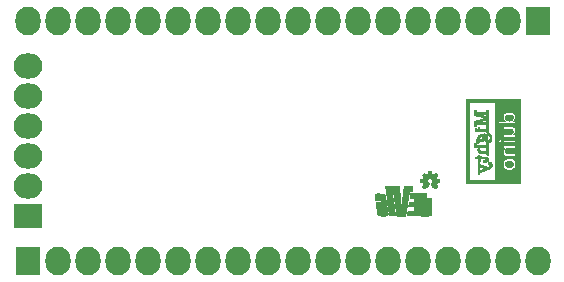
<source format=gbs>
%TF.GenerationSoftware,KiCad,Pcbnew,4.0.4-stable*%
%TF.CreationDate,2017-01-07T18:49:50+00:00*%
%TF.ProjectId,mightyduino,6D69676874796475696E6F2E6B696361,1.3*%
%TF.FileFunction,Soldermask,Bot*%
%FSLAX46Y46*%
G04 Gerber Fmt 4.6, Leading zero omitted, Abs format (unit mm)*
G04 Created by KiCad (PCBNEW 4.0.4-stable) date Saturday, 07 January 2017 'PMt' 18:49:50*
%MOMM*%
%LPD*%
G01*
G04 APERTURE LIST*
%ADD10C,0.100000*%
%ADD11C,0.010000*%
%ADD12R,2.127200X2.432000*%
%ADD13O,2.127200X2.432000*%
%ADD14R,2.432000X2.127200*%
%ADD15O,2.432000X2.127200*%
G04 APERTURE END LIST*
D10*
D11*
G36*
X171216320Y-114035840D02*
X171216320Y-106954320D01*
X170276520Y-106954320D01*
X170276520Y-108006916D01*
X170383501Y-108012497D01*
X170475493Y-108028722D01*
X170555368Y-108056545D01*
X170625999Y-108096919D01*
X170680044Y-108141005D01*
X170738030Y-108205998D01*
X170777804Y-108276536D01*
X170800353Y-108355148D01*
X170806662Y-108444363D01*
X170806039Y-108464184D01*
X170800771Y-108521650D01*
X170789617Y-108569323D01*
X170773997Y-108609386D01*
X170735003Y-108674771D01*
X170690684Y-108722581D01*
X170635562Y-108772960D01*
X170799760Y-108772960D01*
X170799760Y-109006640D01*
X169743120Y-109006640D01*
X169743120Y-109230160D01*
X170127355Y-109230160D01*
X170234671Y-109230290D01*
X170323835Y-109230835D01*
X170397013Y-109232023D01*
X170456372Y-109234081D01*
X170504081Y-109237239D01*
X170542304Y-109241725D01*
X170573210Y-109247769D01*
X170598965Y-109255597D01*
X170621736Y-109265439D01*
X170643690Y-109277524D01*
X170657593Y-109286086D01*
X170711524Y-109330704D01*
X170756798Y-109388747D01*
X170788366Y-109453643D01*
X170789974Y-109458400D01*
X170801223Y-109509189D01*
X170806580Y-109570030D01*
X170806172Y-109633960D01*
X170800124Y-109694019D01*
X170788560Y-109743245D01*
X170784671Y-109753400D01*
X170745931Y-109821323D01*
X170693711Y-109874541D01*
X170669438Y-109891628D01*
X170623061Y-109921040D01*
X170799760Y-109921040D01*
X170799760Y-110154720D01*
X169743120Y-110154720D01*
X169743120Y-110378240D01*
X170799760Y-110378240D01*
X170799760Y-110622080D01*
X169743120Y-110622080D01*
X169743120Y-110835440D01*
X170799760Y-110835440D01*
X170799760Y-111089440D01*
X170468198Y-111089440D01*
X170369459Y-111089577D01*
X170288770Y-111090174D01*
X170223859Y-111091505D01*
X170172458Y-111093845D01*
X170132295Y-111097468D01*
X170101101Y-111102650D01*
X170076606Y-111109665D01*
X170056540Y-111118789D01*
X170038632Y-111130295D01*
X170021779Y-111143498D01*
X169982515Y-111188330D01*
X169956982Y-111243986D01*
X169946254Y-111305394D01*
X169951408Y-111367480D01*
X169965428Y-111409480D01*
X169988001Y-111448872D01*
X170016963Y-111477245D01*
X170058927Y-111500904D01*
X170063531Y-111503001D01*
X170076414Y-111507951D01*
X170092281Y-111511977D01*
X170113357Y-111515204D01*
X170141867Y-111517752D01*
X170180033Y-111519746D01*
X170230080Y-111521308D01*
X170294233Y-111522561D01*
X170374714Y-111523626D01*
X170451780Y-111524422D01*
X170799760Y-111527745D01*
X170799760Y-111771451D01*
X170406060Y-111767882D01*
X170306685Y-111766900D01*
X170306685Y-111935280D01*
X170368252Y-111938826D01*
X170415807Y-111944205D01*
X170455641Y-111952431D01*
X170494045Y-111964520D01*
X170498813Y-111966262D01*
X170590820Y-112009644D01*
X170667135Y-112065917D01*
X170727728Y-112135051D01*
X170772569Y-112217013D01*
X170794167Y-112280498D01*
X170803166Y-112330399D01*
X170807953Y-112392596D01*
X170808515Y-112459506D01*
X170804837Y-112523543D01*
X170796904Y-112577122D01*
X170794764Y-112586076D01*
X170761038Y-112678589D01*
X170711649Y-112758312D01*
X170647126Y-112824730D01*
X170567997Y-112877329D01*
X170474792Y-112915595D01*
X170447908Y-112923239D01*
X170398091Y-112932039D01*
X170335108Y-112937108D01*
X170265761Y-112938460D01*
X170196856Y-112936112D01*
X170135198Y-112930078D01*
X170095106Y-112922464D01*
X169998826Y-112888336D01*
X169916400Y-112839615D01*
X169848446Y-112777133D01*
X169795586Y-112701716D01*
X169758441Y-112614196D01*
X169737630Y-112515400D01*
X169733110Y-112438680D01*
X169740308Y-112334696D01*
X169762734Y-112243121D01*
X169800996Y-112162250D01*
X169855701Y-112090381D01*
X169858450Y-112087447D01*
X169926920Y-112027131D01*
X170004489Y-111982287D01*
X170092711Y-111952387D01*
X170193140Y-111936903D01*
X170306685Y-111935280D01*
X170306685Y-111766900D01*
X170304372Y-111766877D01*
X170220871Y-111765813D01*
X170153421Y-111764585D01*
X170099888Y-111763086D01*
X170058138Y-111761210D01*
X170026037Y-111758852D01*
X170001450Y-111755906D01*
X169982243Y-111752265D01*
X169966282Y-111747824D01*
X169960193Y-111745751D01*
X169885963Y-111709662D01*
X169825801Y-111658996D01*
X169779055Y-111593187D01*
X169773877Y-111583387D01*
X169757653Y-111550274D01*
X169747331Y-111523533D01*
X169741568Y-111496644D01*
X169739017Y-111463090D01*
X169738334Y-111416350D01*
X169738317Y-111411050D01*
X169740726Y-111337217D01*
X169749564Y-111278228D01*
X169766584Y-111229153D01*
X169793536Y-111185061D01*
X169832172Y-111141022D01*
X169835374Y-111137800D01*
X169893894Y-111079280D01*
X169743120Y-111079280D01*
X169743120Y-110835440D01*
X169743120Y-110622080D01*
X169743120Y-110378240D01*
X169743120Y-110154720D01*
X169743120Y-109911896D01*
X170080940Y-109908848D01*
X170173109Y-109907962D01*
X170247301Y-109907041D01*
X170305854Y-109905932D01*
X170351111Y-109904481D01*
X170385413Y-109902534D01*
X170411101Y-109899939D01*
X170430515Y-109896542D01*
X170445997Y-109892190D01*
X170459888Y-109886728D01*
X170466944Y-109883544D01*
X170524923Y-109847742D01*
X170565513Y-109801592D01*
X170589161Y-109744389D01*
X170596336Y-109678499D01*
X170588317Y-109611490D01*
X170564712Y-109557465D01*
X170525337Y-109516153D01*
X170470010Y-109487286D01*
X170465503Y-109485713D01*
X170444132Y-109481933D01*
X170404287Y-109478901D01*
X170345579Y-109476607D01*
X170267620Y-109475037D01*
X170170021Y-109474181D01*
X170087043Y-109474000D01*
X169743120Y-109474000D01*
X169743120Y-109230160D01*
X169743120Y-109006640D01*
X169489120Y-109006640D01*
X169489120Y-110363000D01*
X169524690Y-110363875D01*
X169547646Y-110368503D01*
X169565677Y-110379881D01*
X169586420Y-110400950D01*
X169606993Y-110425872D01*
X169617377Y-110448310D01*
X169620932Y-110477457D01*
X169621200Y-110496126D01*
X169619926Y-110530689D01*
X169613647Y-110554022D01*
X169598669Y-110575169D01*
X169581755Y-110592795D01*
X169556331Y-110616146D01*
X169534871Y-110627882D01*
X169508217Y-110631903D01*
X169489120Y-110632240D01*
X169456094Y-110630703D01*
X169433057Y-110623492D01*
X169410850Y-110606707D01*
X169396484Y-110592795D01*
X169373537Y-110568001D01*
X169361783Y-110547136D01*
X169357530Y-110521154D01*
X169357040Y-110496126D01*
X169358543Y-110460636D01*
X169365293Y-110436185D01*
X169380650Y-110413578D01*
X169391819Y-110400950D01*
X169412602Y-110379846D01*
X169430636Y-110368486D01*
X169453612Y-110363870D01*
X169489120Y-110363000D01*
X169489120Y-109006640D01*
X169346880Y-109006640D01*
X169346880Y-108762800D01*
X169627804Y-108762800D01*
X169908728Y-108762799D01*
X169866760Y-108732398D01*
X169815260Y-108683050D01*
X169776071Y-108620548D01*
X169749863Y-108548393D01*
X169737305Y-108470084D01*
X169739067Y-108389122D01*
X169755819Y-108309008D01*
X169775871Y-108257316D01*
X169815231Y-108194098D01*
X169869658Y-108135819D01*
X169933902Y-108087599D01*
X169970376Y-108067756D01*
X170031164Y-108041582D01*
X170087728Y-108023704D01*
X170146481Y-108012846D01*
X170213836Y-108007734D01*
X170276520Y-108006916D01*
X170276520Y-106954320D01*
X166878000Y-106954320D01*
X166878000Y-107218480D01*
X169062400Y-107218480D01*
X169062400Y-113771680D01*
X166878000Y-113771680D01*
X166878000Y-107218480D01*
X166878000Y-106954320D01*
X166613840Y-106954320D01*
X166613840Y-114035840D01*
X171216320Y-114035840D01*
X171216320Y-114035840D01*
G37*
X171216320Y-114035840D02*
X171216320Y-106954320D01*
X170276520Y-106954320D01*
X170276520Y-108006916D01*
X170383501Y-108012497D01*
X170475493Y-108028722D01*
X170555368Y-108056545D01*
X170625999Y-108096919D01*
X170680044Y-108141005D01*
X170738030Y-108205998D01*
X170777804Y-108276536D01*
X170800353Y-108355148D01*
X170806662Y-108444363D01*
X170806039Y-108464184D01*
X170800771Y-108521650D01*
X170789617Y-108569323D01*
X170773997Y-108609386D01*
X170735003Y-108674771D01*
X170690684Y-108722581D01*
X170635562Y-108772960D01*
X170799760Y-108772960D01*
X170799760Y-109006640D01*
X169743120Y-109006640D01*
X169743120Y-109230160D01*
X170127355Y-109230160D01*
X170234671Y-109230290D01*
X170323835Y-109230835D01*
X170397013Y-109232023D01*
X170456372Y-109234081D01*
X170504081Y-109237239D01*
X170542304Y-109241725D01*
X170573210Y-109247769D01*
X170598965Y-109255597D01*
X170621736Y-109265439D01*
X170643690Y-109277524D01*
X170657593Y-109286086D01*
X170711524Y-109330704D01*
X170756798Y-109388747D01*
X170788366Y-109453643D01*
X170789974Y-109458400D01*
X170801223Y-109509189D01*
X170806580Y-109570030D01*
X170806172Y-109633960D01*
X170800124Y-109694019D01*
X170788560Y-109743245D01*
X170784671Y-109753400D01*
X170745931Y-109821323D01*
X170693711Y-109874541D01*
X170669438Y-109891628D01*
X170623061Y-109921040D01*
X170799760Y-109921040D01*
X170799760Y-110154720D01*
X169743120Y-110154720D01*
X169743120Y-110378240D01*
X170799760Y-110378240D01*
X170799760Y-110622080D01*
X169743120Y-110622080D01*
X169743120Y-110835440D01*
X170799760Y-110835440D01*
X170799760Y-111089440D01*
X170468198Y-111089440D01*
X170369459Y-111089577D01*
X170288770Y-111090174D01*
X170223859Y-111091505D01*
X170172458Y-111093845D01*
X170132295Y-111097468D01*
X170101101Y-111102650D01*
X170076606Y-111109665D01*
X170056540Y-111118789D01*
X170038632Y-111130295D01*
X170021779Y-111143498D01*
X169982515Y-111188330D01*
X169956982Y-111243986D01*
X169946254Y-111305394D01*
X169951408Y-111367480D01*
X169965428Y-111409480D01*
X169988001Y-111448872D01*
X170016963Y-111477245D01*
X170058927Y-111500904D01*
X170063531Y-111503001D01*
X170076414Y-111507951D01*
X170092281Y-111511977D01*
X170113357Y-111515204D01*
X170141867Y-111517752D01*
X170180033Y-111519746D01*
X170230080Y-111521308D01*
X170294233Y-111522561D01*
X170374714Y-111523626D01*
X170451780Y-111524422D01*
X170799760Y-111527745D01*
X170799760Y-111771451D01*
X170406060Y-111767882D01*
X170306685Y-111766900D01*
X170306685Y-111935280D01*
X170368252Y-111938826D01*
X170415807Y-111944205D01*
X170455641Y-111952431D01*
X170494045Y-111964520D01*
X170498813Y-111966262D01*
X170590820Y-112009644D01*
X170667135Y-112065917D01*
X170727728Y-112135051D01*
X170772569Y-112217013D01*
X170794167Y-112280498D01*
X170803166Y-112330399D01*
X170807953Y-112392596D01*
X170808515Y-112459506D01*
X170804837Y-112523543D01*
X170796904Y-112577122D01*
X170794764Y-112586076D01*
X170761038Y-112678589D01*
X170711649Y-112758312D01*
X170647126Y-112824730D01*
X170567997Y-112877329D01*
X170474792Y-112915595D01*
X170447908Y-112923239D01*
X170398091Y-112932039D01*
X170335108Y-112937108D01*
X170265761Y-112938460D01*
X170196856Y-112936112D01*
X170135198Y-112930078D01*
X170095106Y-112922464D01*
X169998826Y-112888336D01*
X169916400Y-112839615D01*
X169848446Y-112777133D01*
X169795586Y-112701716D01*
X169758441Y-112614196D01*
X169737630Y-112515400D01*
X169733110Y-112438680D01*
X169740308Y-112334696D01*
X169762734Y-112243121D01*
X169800996Y-112162250D01*
X169855701Y-112090381D01*
X169858450Y-112087447D01*
X169926920Y-112027131D01*
X170004489Y-111982287D01*
X170092711Y-111952387D01*
X170193140Y-111936903D01*
X170306685Y-111935280D01*
X170306685Y-111766900D01*
X170304372Y-111766877D01*
X170220871Y-111765813D01*
X170153421Y-111764585D01*
X170099888Y-111763086D01*
X170058138Y-111761210D01*
X170026037Y-111758852D01*
X170001450Y-111755906D01*
X169982243Y-111752265D01*
X169966282Y-111747824D01*
X169960193Y-111745751D01*
X169885963Y-111709662D01*
X169825801Y-111658996D01*
X169779055Y-111593187D01*
X169773877Y-111583387D01*
X169757653Y-111550274D01*
X169747331Y-111523533D01*
X169741568Y-111496644D01*
X169739017Y-111463090D01*
X169738334Y-111416350D01*
X169738317Y-111411050D01*
X169740726Y-111337217D01*
X169749564Y-111278228D01*
X169766584Y-111229153D01*
X169793536Y-111185061D01*
X169832172Y-111141022D01*
X169835374Y-111137800D01*
X169893894Y-111079280D01*
X169743120Y-111079280D01*
X169743120Y-110835440D01*
X169743120Y-110622080D01*
X169743120Y-110378240D01*
X169743120Y-110154720D01*
X169743120Y-109911896D01*
X170080940Y-109908848D01*
X170173109Y-109907962D01*
X170247301Y-109907041D01*
X170305854Y-109905932D01*
X170351111Y-109904481D01*
X170385413Y-109902534D01*
X170411101Y-109899939D01*
X170430515Y-109896542D01*
X170445997Y-109892190D01*
X170459888Y-109886728D01*
X170466944Y-109883544D01*
X170524923Y-109847742D01*
X170565513Y-109801592D01*
X170589161Y-109744389D01*
X170596336Y-109678499D01*
X170588317Y-109611490D01*
X170564712Y-109557465D01*
X170525337Y-109516153D01*
X170470010Y-109487286D01*
X170465503Y-109485713D01*
X170444132Y-109481933D01*
X170404287Y-109478901D01*
X170345579Y-109476607D01*
X170267620Y-109475037D01*
X170170021Y-109474181D01*
X170087043Y-109474000D01*
X169743120Y-109474000D01*
X169743120Y-109230160D01*
X169743120Y-109006640D01*
X169489120Y-109006640D01*
X169489120Y-110363000D01*
X169524690Y-110363875D01*
X169547646Y-110368503D01*
X169565677Y-110379881D01*
X169586420Y-110400950D01*
X169606993Y-110425872D01*
X169617377Y-110448310D01*
X169620932Y-110477457D01*
X169621200Y-110496126D01*
X169619926Y-110530689D01*
X169613647Y-110554022D01*
X169598669Y-110575169D01*
X169581755Y-110592795D01*
X169556331Y-110616146D01*
X169534871Y-110627882D01*
X169508217Y-110631903D01*
X169489120Y-110632240D01*
X169456094Y-110630703D01*
X169433057Y-110623492D01*
X169410850Y-110606707D01*
X169396484Y-110592795D01*
X169373537Y-110568001D01*
X169361783Y-110547136D01*
X169357530Y-110521154D01*
X169357040Y-110496126D01*
X169358543Y-110460636D01*
X169365293Y-110436185D01*
X169380650Y-110413578D01*
X169391819Y-110400950D01*
X169412602Y-110379846D01*
X169430636Y-110368486D01*
X169453612Y-110363870D01*
X169489120Y-110363000D01*
X169489120Y-109006640D01*
X169346880Y-109006640D01*
X169346880Y-108762800D01*
X169627804Y-108762800D01*
X169908728Y-108762799D01*
X169866760Y-108732398D01*
X169815260Y-108683050D01*
X169776071Y-108620548D01*
X169749863Y-108548393D01*
X169737305Y-108470084D01*
X169739067Y-108389122D01*
X169755819Y-108309008D01*
X169775871Y-108257316D01*
X169815231Y-108194098D01*
X169869658Y-108135819D01*
X169933902Y-108087599D01*
X169970376Y-108067756D01*
X170031164Y-108041582D01*
X170087728Y-108023704D01*
X170146481Y-108012846D01*
X170213836Y-108007734D01*
X170276520Y-108006916D01*
X170276520Y-106954320D01*
X166878000Y-106954320D01*
X166878000Y-107218480D01*
X169062400Y-107218480D01*
X169062400Y-113771680D01*
X166878000Y-113771680D01*
X166878000Y-107218480D01*
X166878000Y-106954320D01*
X166613840Y-106954320D01*
X166613840Y-114035840D01*
X171216320Y-114035840D01*
G36*
X169955313Y-108573809D02*
X169982697Y-108633276D01*
X170027438Y-108684588D01*
X170088609Y-108725928D01*
X170108234Y-108735328D01*
X170155263Y-108749728D01*
X170214622Y-108758705D01*
X170278960Y-108761902D01*
X170340930Y-108758960D01*
X170393181Y-108749522D01*
X170394165Y-108749239D01*
X170467170Y-108719833D01*
X170524808Y-108679100D01*
X170566107Y-108628179D01*
X170590095Y-108568210D01*
X170596162Y-108512505D01*
X170593213Y-108472485D01*
X170586092Y-108434780D01*
X170580361Y-108417360D01*
X170545863Y-108362888D01*
X170494510Y-108318575D01*
X170427462Y-108285173D01*
X170345878Y-108263436D01*
X170342974Y-108262930D01*
X170265581Y-108256861D01*
X170190282Y-108264279D01*
X170120142Y-108283800D01*
X170058228Y-108314038D01*
X170007605Y-108353607D01*
X169971339Y-108401122D01*
X169956327Y-108437680D01*
X169946214Y-108508004D01*
X169955313Y-108573809D01*
X169955313Y-108573809D01*
G37*
X169955313Y-108573809D02*
X169982697Y-108633276D01*
X170027438Y-108684588D01*
X170088609Y-108725928D01*
X170108234Y-108735328D01*
X170155263Y-108749728D01*
X170214622Y-108758705D01*
X170278960Y-108761902D01*
X170340930Y-108758960D01*
X170393181Y-108749522D01*
X170394165Y-108749239D01*
X170467170Y-108719833D01*
X170524808Y-108679100D01*
X170566107Y-108628179D01*
X170590095Y-108568210D01*
X170596162Y-108512505D01*
X170593213Y-108472485D01*
X170586092Y-108434780D01*
X170580361Y-108417360D01*
X170545863Y-108362888D01*
X170494510Y-108318575D01*
X170427462Y-108285173D01*
X170345878Y-108263436D01*
X170342974Y-108262930D01*
X170265581Y-108256861D01*
X170190282Y-108264279D01*
X170120142Y-108283800D01*
X170058228Y-108314038D01*
X170007605Y-108353607D01*
X169971339Y-108401122D01*
X169956327Y-108437680D01*
X169946214Y-108508004D01*
X169955313Y-108573809D01*
G36*
X169944955Y-112505037D02*
X169970242Y-112563668D01*
X170012826Y-112612021D01*
X170073066Y-112650582D01*
X170105507Y-112664668D01*
X170162347Y-112679860D01*
X170230835Y-112687944D01*
X170303533Y-112688796D01*
X170373005Y-112682291D01*
X170426612Y-112670049D01*
X170474755Y-112648695D01*
X170521422Y-112617921D01*
X170561007Y-112582215D01*
X170587904Y-112546065D01*
X170591903Y-112537692D01*
X170604503Y-112494838D01*
X170611090Y-112446147D01*
X170610643Y-112401473D01*
X170607757Y-112384840D01*
X170581465Y-112319669D01*
X170539197Y-112266991D01*
X170481072Y-112226895D01*
X170407209Y-112199469D01*
X170343181Y-112187470D01*
X170275317Y-112183557D01*
X170204924Y-112187397D01*
X170139349Y-112198194D01*
X170085940Y-112215152D01*
X170085398Y-112215392D01*
X170021959Y-112252260D01*
X169976294Y-112298828D01*
X169948041Y-112355631D01*
X169936840Y-112423204D01*
X169936606Y-112435640D01*
X169944955Y-112505037D01*
X169944955Y-112505037D01*
G37*
X169944955Y-112505037D02*
X169970242Y-112563668D01*
X170012826Y-112612021D01*
X170073066Y-112650582D01*
X170105507Y-112664668D01*
X170162347Y-112679860D01*
X170230835Y-112687944D01*
X170303533Y-112688796D01*
X170373005Y-112682291D01*
X170426612Y-112670049D01*
X170474755Y-112648695D01*
X170521422Y-112617921D01*
X170561007Y-112582215D01*
X170587904Y-112546065D01*
X170591903Y-112537692D01*
X170604503Y-112494838D01*
X170611090Y-112446147D01*
X170610643Y-112401473D01*
X170607757Y-112384840D01*
X170581465Y-112319669D01*
X170539197Y-112266991D01*
X170481072Y-112226895D01*
X170407209Y-112199469D01*
X170343181Y-112187470D01*
X170275317Y-112183557D01*
X170204924Y-112187397D01*
X170139349Y-112198194D01*
X170085940Y-112215152D01*
X170085398Y-112215392D01*
X170021959Y-112252260D01*
X169976294Y-112298828D01*
X169948041Y-112355631D01*
X169936840Y-112423204D01*
X169936606Y-112435640D01*
X169944955Y-112505037D01*
G36*
X167635968Y-113171266D02*
X167639525Y-113211385D01*
X167646030Y-113238593D01*
X167656253Y-113255355D01*
X167670962Y-113264136D01*
X167690927Y-113267403D01*
X167704876Y-113267744D01*
X167741465Y-113261700D01*
X167764399Y-113242347D01*
X167775273Y-113207853D01*
X167776678Y-113185250D01*
X167777160Y-113137063D01*
X167894000Y-113094204D01*
X167937580Y-113078286D01*
X167995843Y-113057105D01*
X168064351Y-113032268D01*
X168138664Y-113005385D01*
X168214343Y-112978063D01*
X168254680Y-112963526D01*
X168358924Y-112925390D01*
X168445894Y-112892145D01*
X168517760Y-112862782D01*
X168576693Y-112836294D01*
X168624865Y-112811674D01*
X168664447Y-112787914D01*
X168697609Y-112764009D01*
X168713787Y-112750530D01*
X168764360Y-112694448D01*
X168800929Y-112628961D01*
X168822032Y-112558352D01*
X168826208Y-112486902D01*
X168819135Y-112441972D01*
X168799244Y-112394811D01*
X168766463Y-112348600D01*
X168726944Y-112311378D01*
X168711457Y-112301273D01*
X168662339Y-112282588D01*
X168613932Y-112280100D01*
X168569816Y-112292125D01*
X168533570Y-112316980D01*
X168508775Y-112352978D01*
X168499011Y-112398436D01*
X168498981Y-112401248D01*
X168507832Y-112441901D01*
X168531372Y-112473163D01*
X168565088Y-112492278D01*
X168604463Y-112496492D01*
X168638669Y-112486471D01*
X168660338Y-112476128D01*
X168672389Y-112471255D01*
X168672800Y-112471200D01*
X168674969Y-112480247D01*
X168676208Y-112502945D01*
X168676320Y-112513487D01*
X168666791Y-112566606D01*
X168640644Y-112614814D01*
X168601532Y-112654560D01*
X168553111Y-112682291D01*
X168499036Y-112694455D01*
X168489843Y-112694720D01*
X168468834Y-112692422D01*
X168436799Y-112685235D01*
X168392289Y-112672713D01*
X168333857Y-112654415D01*
X168260056Y-112629895D01*
X168169436Y-112598710D01*
X168119896Y-112581369D01*
X168042727Y-112554088D01*
X167971441Y-112528594D01*
X167908369Y-112505747D01*
X167855846Y-112486401D01*
X167816203Y-112471413D01*
X167791772Y-112461642D01*
X167784953Y-112458349D01*
X167777292Y-112441425D01*
X167774485Y-112408486D01*
X167774793Y-112393090D01*
X167774755Y-112358238D01*
X167769886Y-112337261D01*
X167758656Y-112323984D01*
X167757438Y-112323070D01*
X167728841Y-112311402D01*
X167694999Y-112309700D01*
X167665368Y-112317822D01*
X167655965Y-112324605D01*
X167649825Y-112330318D01*
X167645239Y-112335310D01*
X167641954Y-112342366D01*
X167639721Y-112354270D01*
X167638289Y-112373803D01*
X167637405Y-112403751D01*
X167636820Y-112446896D01*
X167636281Y-112506022D01*
X167635908Y-112546977D01*
X167635429Y-112614883D01*
X167635621Y-112665407D01*
X167636712Y-112701486D01*
X167638929Y-112726052D01*
X167642500Y-112742042D01*
X167647654Y-112752388D01*
X167652277Y-112757797D01*
X167675872Y-112770425D01*
X167707859Y-112775797D01*
X167737656Y-112772756D01*
X167747699Y-112768224D01*
X167768294Y-112743517D01*
X167778475Y-112707993D01*
X167777374Y-112677048D01*
X167774553Y-112653255D01*
X167778918Y-112645265D01*
X167784064Y-112646123D01*
X167797243Y-112650299D01*
X167827037Y-112659376D01*
X167870574Y-112672490D01*
X167924984Y-112688779D01*
X167987395Y-112707381D01*
X168031160Y-112720382D01*
X168106442Y-112742735D01*
X168164408Y-112760052D01*
X168207221Y-112773074D01*
X168237045Y-112782543D01*
X168256046Y-112789201D01*
X168266386Y-112793788D01*
X168270231Y-112797047D01*
X168269745Y-112799720D01*
X168268064Y-112801562D01*
X168256149Y-112807214D01*
X168228171Y-112817878D01*
X168187446Y-112832455D01*
X168137289Y-112849842D01*
X168081017Y-112868939D01*
X168021944Y-112888644D01*
X167963386Y-112907856D01*
X167908659Y-112925474D01*
X167861078Y-112940397D01*
X167823959Y-112951524D01*
X167800618Y-112957753D01*
X167794939Y-112958692D01*
X167781544Y-112956992D01*
X167775133Y-112948216D01*
X167773680Y-112927287D01*
X167774333Y-112907052D01*
X167771653Y-112866345D01*
X167757659Y-112841249D01*
X167729869Y-112829075D01*
X167700262Y-112826800D01*
X167678929Y-112827757D01*
X167662885Y-112832321D01*
X167651357Y-112843027D01*
X167643573Y-112862411D01*
X167638762Y-112893010D01*
X167636151Y-112937360D01*
X167634968Y-112997997D01*
X167634627Y-113042427D01*
X167634592Y-113115768D01*
X167635968Y-113171266D01*
X167635968Y-113171266D01*
G37*
X167635968Y-113171266D02*
X167639525Y-113211385D01*
X167646030Y-113238593D01*
X167656253Y-113255355D01*
X167670962Y-113264136D01*
X167690927Y-113267403D01*
X167704876Y-113267744D01*
X167741465Y-113261700D01*
X167764399Y-113242347D01*
X167775273Y-113207853D01*
X167776678Y-113185250D01*
X167777160Y-113137063D01*
X167894000Y-113094204D01*
X167937580Y-113078286D01*
X167995843Y-113057105D01*
X168064351Y-113032268D01*
X168138664Y-113005385D01*
X168214343Y-112978063D01*
X168254680Y-112963526D01*
X168358924Y-112925390D01*
X168445894Y-112892145D01*
X168517760Y-112862782D01*
X168576693Y-112836294D01*
X168624865Y-112811674D01*
X168664447Y-112787914D01*
X168697609Y-112764009D01*
X168713787Y-112750530D01*
X168764360Y-112694448D01*
X168800929Y-112628961D01*
X168822032Y-112558352D01*
X168826208Y-112486902D01*
X168819135Y-112441972D01*
X168799244Y-112394811D01*
X168766463Y-112348600D01*
X168726944Y-112311378D01*
X168711457Y-112301273D01*
X168662339Y-112282588D01*
X168613932Y-112280100D01*
X168569816Y-112292125D01*
X168533570Y-112316980D01*
X168508775Y-112352978D01*
X168499011Y-112398436D01*
X168498981Y-112401248D01*
X168507832Y-112441901D01*
X168531372Y-112473163D01*
X168565088Y-112492278D01*
X168604463Y-112496492D01*
X168638669Y-112486471D01*
X168660338Y-112476128D01*
X168672389Y-112471255D01*
X168672800Y-112471200D01*
X168674969Y-112480247D01*
X168676208Y-112502945D01*
X168676320Y-112513487D01*
X168666791Y-112566606D01*
X168640644Y-112614814D01*
X168601532Y-112654560D01*
X168553111Y-112682291D01*
X168499036Y-112694455D01*
X168489843Y-112694720D01*
X168468834Y-112692422D01*
X168436799Y-112685235D01*
X168392289Y-112672713D01*
X168333857Y-112654415D01*
X168260056Y-112629895D01*
X168169436Y-112598710D01*
X168119896Y-112581369D01*
X168042727Y-112554088D01*
X167971441Y-112528594D01*
X167908369Y-112505747D01*
X167855846Y-112486401D01*
X167816203Y-112471413D01*
X167791772Y-112461642D01*
X167784953Y-112458349D01*
X167777292Y-112441425D01*
X167774485Y-112408486D01*
X167774793Y-112393090D01*
X167774755Y-112358238D01*
X167769886Y-112337261D01*
X167758656Y-112323984D01*
X167757438Y-112323070D01*
X167728841Y-112311402D01*
X167694999Y-112309700D01*
X167665368Y-112317822D01*
X167655965Y-112324605D01*
X167649825Y-112330318D01*
X167645239Y-112335310D01*
X167641954Y-112342366D01*
X167639721Y-112354270D01*
X167638289Y-112373803D01*
X167637405Y-112403751D01*
X167636820Y-112446896D01*
X167636281Y-112506022D01*
X167635908Y-112546977D01*
X167635429Y-112614883D01*
X167635621Y-112665407D01*
X167636712Y-112701486D01*
X167638929Y-112726052D01*
X167642500Y-112742042D01*
X167647654Y-112752388D01*
X167652277Y-112757797D01*
X167675872Y-112770425D01*
X167707859Y-112775797D01*
X167737656Y-112772756D01*
X167747699Y-112768224D01*
X167768294Y-112743517D01*
X167778475Y-112707993D01*
X167777374Y-112677048D01*
X167774553Y-112653255D01*
X167778918Y-112645265D01*
X167784064Y-112646123D01*
X167797243Y-112650299D01*
X167827037Y-112659376D01*
X167870574Y-112672490D01*
X167924984Y-112688779D01*
X167987395Y-112707381D01*
X168031160Y-112720382D01*
X168106442Y-112742735D01*
X168164408Y-112760052D01*
X168207221Y-112773074D01*
X168237045Y-112782543D01*
X168256046Y-112789201D01*
X168266386Y-112793788D01*
X168270231Y-112797047D01*
X168269745Y-112799720D01*
X168268064Y-112801562D01*
X168256149Y-112807214D01*
X168228171Y-112817878D01*
X168187446Y-112832455D01*
X168137289Y-112849842D01*
X168081017Y-112868939D01*
X168021944Y-112888644D01*
X167963386Y-112907856D01*
X167908659Y-112925474D01*
X167861078Y-112940397D01*
X167823959Y-112951524D01*
X167800618Y-112957753D01*
X167794939Y-112958692D01*
X167781544Y-112956992D01*
X167775133Y-112948216D01*
X167773680Y-112927287D01*
X167774333Y-112907052D01*
X167771653Y-112866345D01*
X167757659Y-112841249D01*
X167729869Y-112829075D01*
X167700262Y-112826800D01*
X167678929Y-112827757D01*
X167662885Y-112832321D01*
X167651357Y-112843027D01*
X167643573Y-112862411D01*
X167638762Y-112893010D01*
X167636151Y-112937360D01*
X167634968Y-112997997D01*
X167634627Y-113042427D01*
X167634592Y-113115768D01*
X167635968Y-113171266D01*
G36*
X167463909Y-110533866D02*
X167479760Y-110580965D01*
X167488154Y-110595406D01*
X167524377Y-110635206D01*
X167567707Y-110656950D01*
X167614643Y-110662720D01*
X167647731Y-110660268D01*
X167671897Y-110649977D01*
X167696895Y-110628176D01*
X167723700Y-110592569D01*
X167730418Y-110559080D01*
X167717100Y-110527109D01*
X167706501Y-110514938D01*
X167679435Y-110497632D01*
X167646992Y-110489838D01*
X167617182Y-110492616D01*
X167602401Y-110501182D01*
X167592000Y-110504754D01*
X167584289Y-110490535D01*
X167585151Y-110463385D01*
X167604353Y-110440246D01*
X167627726Y-110427912D01*
X167645131Y-110424713D01*
X167663262Y-110431237D01*
X167688218Y-110449906D01*
X167692712Y-110453720D01*
X167740819Y-110489850D01*
X167787856Y-110512574D01*
X167841493Y-110524862D01*
X167886597Y-110528821D01*
X167930130Y-110530053D01*
X167961628Y-110527532D01*
X167989242Y-110519857D01*
X168020956Y-110505706D01*
X168081786Y-110465540D01*
X168130186Y-110412124D01*
X168162655Y-110349385D01*
X168164131Y-110345076D01*
X168175200Y-110289079D01*
X168176482Y-110223521D01*
X168168475Y-110156364D01*
X168151679Y-110095571D01*
X168147894Y-110086228D01*
X168134653Y-110046021D01*
X168135794Y-110019410D01*
X168151639Y-110005319D01*
X168173069Y-110002320D01*
X168194047Y-110005095D01*
X168209914Y-110015096D01*
X168221564Y-110034834D01*
X168229885Y-110066822D01*
X168235771Y-110113570D01*
X168240111Y-110177592D01*
X168240913Y-110193534D01*
X168246972Y-110282108D01*
X168256296Y-110353803D01*
X168269795Y-110411925D01*
X168288380Y-110459780D01*
X168312961Y-110500672D01*
X168332065Y-110524495D01*
X168376684Y-110568484D01*
X168420786Y-110595732D01*
X168470251Y-110608786D01*
X168529972Y-110610243D01*
X168573096Y-110606712D01*
X168603934Y-110599804D01*
X168630494Y-110587183D01*
X168647739Y-110575873D01*
X168702064Y-110526318D01*
X168742888Y-110462813D01*
X168770407Y-110384855D01*
X168784816Y-110291946D01*
X168787215Y-110218671D01*
X168785489Y-110168728D01*
X168781612Y-110120041D01*
X168776288Y-110080472D01*
X168773764Y-110068360D01*
X168746697Y-109990816D01*
X168708187Y-109928211D01*
X168659325Y-109881556D01*
X168601202Y-109851859D01*
X168534908Y-109840132D01*
X168527121Y-109839983D01*
X168500521Y-109841846D01*
X168500521Y-110004461D01*
X168540446Y-110005053D01*
X168572517Y-110018176D01*
X168602921Y-110050986D01*
X168625303Y-110099173D01*
X168638842Y-110159112D01*
X168642719Y-110227180D01*
X168636183Y-110299320D01*
X168620438Y-110364723D01*
X168597694Y-110412597D01*
X168568384Y-110442073D01*
X168563694Y-110444727D01*
X168521781Y-110458255D01*
X168483594Y-110452304D01*
X168453607Y-110433240D01*
X168425792Y-110398015D01*
X168406326Y-110349242D01*
X168395086Y-110291417D01*
X168391948Y-110229034D01*
X168396786Y-110166588D01*
X168409478Y-110108575D01*
X168429897Y-110059488D01*
X168457921Y-110023822D01*
X168465084Y-110018231D01*
X168500521Y-110004461D01*
X168500521Y-109841846D01*
X168475068Y-109843630D01*
X168433638Y-109857281D01*
X168394756Y-109884235D01*
X168375640Y-109901874D01*
X168334040Y-109942488D01*
X168298826Y-109907274D01*
X168251670Y-109873017D01*
X168199223Y-109856375D01*
X168145444Y-109856970D01*
X168094295Y-109874421D01*
X168049734Y-109908351D01*
X168030072Y-109932991D01*
X168010928Y-109953332D01*
X167995600Y-109955308D01*
X167929821Y-109937677D01*
X167884377Y-109937294D01*
X167884377Y-110095315D01*
X167929748Y-110099152D01*
X167971666Y-110115911D01*
X168005855Y-110145177D01*
X168028037Y-110186534D01*
X168029262Y-110190703D01*
X168032051Y-110223143D01*
X168027634Y-110262975D01*
X168017660Y-110299481D01*
X168010184Y-110314598D01*
X167976173Y-110349312D01*
X167932022Y-110369900D01*
X167883530Y-110374840D01*
X167836493Y-110362613D01*
X167833242Y-110360992D01*
X167790762Y-110328827D01*
X167763593Y-110286550D01*
X167753060Y-110238277D01*
X167760487Y-110188123D01*
X167770325Y-110165506D01*
X167800388Y-110128076D01*
X167839832Y-110104818D01*
X167884377Y-110095315D01*
X167884377Y-109937294D01*
X167860637Y-109937093D01*
X167792558Y-109952284D01*
X167730092Y-109981981D01*
X167677748Y-110024914D01*
X167656982Y-110050657D01*
X167634991Y-110091979D01*
X167617313Y-110142852D01*
X167605962Y-110195412D01*
X167602951Y-110241793D01*
X167604397Y-110256071D01*
X167607493Y-110281538D01*
X167602626Y-110294029D01*
X167585938Y-110300469D01*
X167578735Y-110302106D01*
X167544501Y-110317714D01*
X167509798Y-110346303D01*
X167480658Y-110381603D01*
X167463110Y-110417346D01*
X167461528Y-110423964D01*
X167457423Y-110478900D01*
X167463909Y-110533866D01*
X167463909Y-110533866D01*
G37*
X167463909Y-110533866D02*
X167479760Y-110580965D01*
X167488154Y-110595406D01*
X167524377Y-110635206D01*
X167567707Y-110656950D01*
X167614643Y-110662720D01*
X167647731Y-110660268D01*
X167671897Y-110649977D01*
X167696895Y-110628176D01*
X167723700Y-110592569D01*
X167730418Y-110559080D01*
X167717100Y-110527109D01*
X167706501Y-110514938D01*
X167679435Y-110497632D01*
X167646992Y-110489838D01*
X167617182Y-110492616D01*
X167602401Y-110501182D01*
X167592000Y-110504754D01*
X167584289Y-110490535D01*
X167585151Y-110463385D01*
X167604353Y-110440246D01*
X167627726Y-110427912D01*
X167645131Y-110424713D01*
X167663262Y-110431237D01*
X167688218Y-110449906D01*
X167692712Y-110453720D01*
X167740819Y-110489850D01*
X167787856Y-110512574D01*
X167841493Y-110524862D01*
X167886597Y-110528821D01*
X167930130Y-110530053D01*
X167961628Y-110527532D01*
X167989242Y-110519857D01*
X168020956Y-110505706D01*
X168081786Y-110465540D01*
X168130186Y-110412124D01*
X168162655Y-110349385D01*
X168164131Y-110345076D01*
X168175200Y-110289079D01*
X168176482Y-110223521D01*
X168168475Y-110156364D01*
X168151679Y-110095571D01*
X168147894Y-110086228D01*
X168134653Y-110046021D01*
X168135794Y-110019410D01*
X168151639Y-110005319D01*
X168173069Y-110002320D01*
X168194047Y-110005095D01*
X168209914Y-110015096D01*
X168221564Y-110034834D01*
X168229885Y-110066822D01*
X168235771Y-110113570D01*
X168240111Y-110177592D01*
X168240913Y-110193534D01*
X168246972Y-110282108D01*
X168256296Y-110353803D01*
X168269795Y-110411925D01*
X168288380Y-110459780D01*
X168312961Y-110500672D01*
X168332065Y-110524495D01*
X168376684Y-110568484D01*
X168420786Y-110595732D01*
X168470251Y-110608786D01*
X168529972Y-110610243D01*
X168573096Y-110606712D01*
X168603934Y-110599804D01*
X168630494Y-110587183D01*
X168647739Y-110575873D01*
X168702064Y-110526318D01*
X168742888Y-110462813D01*
X168770407Y-110384855D01*
X168784816Y-110291946D01*
X168787215Y-110218671D01*
X168785489Y-110168728D01*
X168781612Y-110120041D01*
X168776288Y-110080472D01*
X168773764Y-110068360D01*
X168746697Y-109990816D01*
X168708187Y-109928211D01*
X168659325Y-109881556D01*
X168601202Y-109851859D01*
X168534908Y-109840132D01*
X168527121Y-109839983D01*
X168500521Y-109841846D01*
X168500521Y-110004461D01*
X168540446Y-110005053D01*
X168572517Y-110018176D01*
X168602921Y-110050986D01*
X168625303Y-110099173D01*
X168638842Y-110159112D01*
X168642719Y-110227180D01*
X168636183Y-110299320D01*
X168620438Y-110364723D01*
X168597694Y-110412597D01*
X168568384Y-110442073D01*
X168563694Y-110444727D01*
X168521781Y-110458255D01*
X168483594Y-110452304D01*
X168453607Y-110433240D01*
X168425792Y-110398015D01*
X168406326Y-110349242D01*
X168395086Y-110291417D01*
X168391948Y-110229034D01*
X168396786Y-110166588D01*
X168409478Y-110108575D01*
X168429897Y-110059488D01*
X168457921Y-110023822D01*
X168465084Y-110018231D01*
X168500521Y-110004461D01*
X168500521Y-109841846D01*
X168475068Y-109843630D01*
X168433638Y-109857281D01*
X168394756Y-109884235D01*
X168375640Y-109901874D01*
X168334040Y-109942488D01*
X168298826Y-109907274D01*
X168251670Y-109873017D01*
X168199223Y-109856375D01*
X168145444Y-109856970D01*
X168094295Y-109874421D01*
X168049734Y-109908351D01*
X168030072Y-109932991D01*
X168010928Y-109953332D01*
X167995600Y-109955308D01*
X167929821Y-109937677D01*
X167884377Y-109937294D01*
X167884377Y-110095315D01*
X167929748Y-110099152D01*
X167971666Y-110115911D01*
X168005855Y-110145177D01*
X168028037Y-110186534D01*
X168029262Y-110190703D01*
X168032051Y-110223143D01*
X168027634Y-110262975D01*
X168017660Y-110299481D01*
X168010184Y-110314598D01*
X167976173Y-110349312D01*
X167932022Y-110369900D01*
X167883530Y-110374840D01*
X167836493Y-110362613D01*
X167833242Y-110360992D01*
X167790762Y-110328827D01*
X167763593Y-110286550D01*
X167753060Y-110238277D01*
X167760487Y-110188123D01*
X167770325Y-110165506D01*
X167800388Y-110128076D01*
X167839832Y-110104818D01*
X167884377Y-110095315D01*
X167884377Y-109937294D01*
X167860637Y-109937093D01*
X167792558Y-109952284D01*
X167730092Y-109981981D01*
X167677748Y-110024914D01*
X167656982Y-110050657D01*
X167634991Y-110091979D01*
X167617313Y-110142852D01*
X167605962Y-110195412D01*
X167602951Y-110241793D01*
X167604397Y-110256071D01*
X167607493Y-110281538D01*
X167602626Y-110294029D01*
X167585938Y-110300469D01*
X167578735Y-110302106D01*
X167544501Y-110317714D01*
X167509798Y-110346303D01*
X167480658Y-110381603D01*
X167463110Y-110417346D01*
X167461528Y-110423964D01*
X167457423Y-110478900D01*
X167463909Y-110533866D01*
G36*
X167338387Y-108891702D02*
X167342121Y-108923283D01*
X167346872Y-108979096D01*
X167347588Y-109031758D01*
X167344858Y-109067600D01*
X167337731Y-109131624D01*
X167338364Y-109178661D01*
X167347639Y-109210844D01*
X167366437Y-109230306D01*
X167395640Y-109239179D01*
X167416245Y-109240320D01*
X167450713Y-109234739D01*
X167472951Y-109216673D01*
X167484235Y-109184139D01*
X167485845Y-109135150D01*
X167485706Y-109132442D01*
X167484693Y-109098717D01*
X167487555Y-109079168D01*
X167496162Y-109067749D01*
X167507920Y-109060675D01*
X167524609Y-109057290D01*
X167558811Y-109054357D01*
X167607721Y-109051884D01*
X167668536Y-109049880D01*
X167738453Y-109048351D01*
X167814668Y-109047306D01*
X167894377Y-109046752D01*
X167974778Y-109046696D01*
X168053067Y-109047148D01*
X168126441Y-109048114D01*
X168192096Y-109049602D01*
X168247229Y-109051620D01*
X168289036Y-109054176D01*
X168314714Y-109057278D01*
X168319203Y-109058433D01*
X168336162Y-109065221D01*
X168345731Y-109074203D01*
X168350025Y-109090645D01*
X168351158Y-109119813D01*
X168351200Y-109138139D01*
X168352574Y-109178849D01*
X168357460Y-109204643D01*
X168367004Y-109220783D01*
X168369780Y-109223505D01*
X168398666Y-109237569D01*
X168434656Y-109239565D01*
X168468796Y-109229876D01*
X168484681Y-109218598D01*
X168494641Y-109207241D01*
X168500445Y-109194484D01*
X168502609Y-109175666D01*
X168501649Y-109146125D01*
X168498083Y-109101202D01*
X168497911Y-109099218D01*
X168492284Y-109025777D01*
X168489713Y-108965610D01*
X168490184Y-108911901D01*
X168493679Y-108857839D01*
X168497278Y-108821889D01*
X168501261Y-108782129D01*
X168501821Y-108756871D01*
X168498007Y-108740446D01*
X168488868Y-108727185D01*
X168479792Y-108717749D01*
X168446941Y-108696171D01*
X168412980Y-108694483D01*
X168380253Y-108712711D01*
X168376138Y-108716618D01*
X168360791Y-108736107D01*
X168353282Y-108759646D01*
X168351204Y-108795048D01*
X168351200Y-108797540D01*
X168349897Y-108831487D01*
X168344621Y-108851404D01*
X168333317Y-108863495D01*
X168328340Y-108866582D01*
X168316354Y-108870376D01*
X168293840Y-108873514D01*
X168259197Y-108876061D01*
X168210821Y-108878081D01*
X168147112Y-108879639D01*
X168066468Y-108880800D01*
X167967286Y-108881629D01*
X167954960Y-108881704D01*
X167873393Y-108882070D01*
X167799126Y-108882183D01*
X167734384Y-108882055D01*
X167681396Y-108881702D01*
X167642386Y-108881136D01*
X167619584Y-108880373D01*
X167614600Y-108879582D01*
X167626245Y-108875954D01*
X167655338Y-108867313D01*
X167699797Y-108854265D01*
X167757543Y-108837416D01*
X167826494Y-108817373D01*
X167904571Y-108794742D01*
X167989693Y-108770128D01*
X168036240Y-108756693D01*
X168124771Y-108730973D01*
X168207774Y-108706512D01*
X168283090Y-108683972D01*
X168348562Y-108664014D01*
X168402031Y-108647299D01*
X168441340Y-108634488D01*
X168464331Y-108626244D01*
X168469014Y-108624053D01*
X168495694Y-108595377D01*
X168510460Y-108555746D01*
X168511676Y-108511730D01*
X168504092Y-108483047D01*
X168490337Y-108460143D01*
X168480905Y-108450085D01*
X168468235Y-108444757D01*
X168438107Y-108434578D01*
X168392626Y-108420186D01*
X168333899Y-108402222D01*
X168264031Y-108381325D01*
X168185128Y-108358136D01*
X168099296Y-108333292D01*
X168050508Y-108319330D01*
X167962072Y-108293996D01*
X167879638Y-108270141D01*
X167805275Y-108248383D01*
X167741050Y-108229335D01*
X167689030Y-108213615D01*
X167651282Y-108201837D01*
X167629874Y-108194619D01*
X167625800Y-108192804D01*
X167632998Y-108190917D01*
X167657759Y-108189638D01*
X167697335Y-108188920D01*
X167748978Y-108188714D01*
X167809942Y-108188973D01*
X167877480Y-108189649D01*
X167948843Y-108190694D01*
X168021286Y-108192059D01*
X168092061Y-108193696D01*
X168158420Y-108195558D01*
X168217617Y-108197597D01*
X168266905Y-108199764D01*
X168303535Y-108202012D01*
X168324761Y-108204292D01*
X168328024Y-108205082D01*
X168341307Y-108212639D01*
X168347772Y-108226376D01*
X168349411Y-108252143D01*
X168349161Y-108267128D01*
X168351705Y-108315078D01*
X168363367Y-108347009D01*
X168385719Y-108365766D01*
X168407248Y-108372341D01*
X168446237Y-108371359D01*
X168478127Y-108355003D01*
X168497819Y-108326146D01*
X168499546Y-108320365D01*
X168501062Y-108298342D01*
X168499264Y-108263174D01*
X168494553Y-108221694D01*
X168493240Y-108212878D01*
X168485552Y-108098950D01*
X168488434Y-108048124D01*
X168494241Y-107981900D01*
X168497061Y-107932879D01*
X168496749Y-107898146D01*
X168493159Y-107874782D01*
X168486146Y-107859872D01*
X168478699Y-107852589D01*
X168446507Y-107839862D01*
X168409648Y-107840428D01*
X168377405Y-107853699D01*
X168370638Y-107859441D01*
X168357264Y-107878082D01*
X168351695Y-107903129D01*
X168351579Y-107933101D01*
X168352580Y-107965406D01*
X168352765Y-107989841D01*
X168352460Y-107997266D01*
X168348975Y-108005693D01*
X168339371Y-108012648D01*
X168321949Y-108018263D01*
X168295011Y-108022671D01*
X168256859Y-108026005D01*
X168205793Y-108028397D01*
X168140115Y-108029981D01*
X168058126Y-108030890D01*
X167958129Y-108031255D01*
X167917557Y-108031280D01*
X167817340Y-108031152D01*
X167735424Y-108030720D01*
X167669789Y-108029907D01*
X167618418Y-108028638D01*
X167579291Y-108026837D01*
X167550391Y-108024428D01*
X167529699Y-108021337D01*
X167515197Y-108017486D01*
X167511499Y-108016067D01*
X167475091Y-108000855D01*
X167482146Y-107944387D01*
X167483809Y-107895433D01*
X167473910Y-107862351D01*
X167451612Y-107843753D01*
X167418187Y-107838240D01*
X167392808Y-107838865D01*
X167373670Y-107842422D01*
X167359871Y-107851430D01*
X167350510Y-107868408D01*
X167344685Y-107895875D01*
X167341495Y-107936352D01*
X167340039Y-107992357D01*
X167339465Y-108058266D01*
X167339547Y-108119599D01*
X167340486Y-108174698D01*
X167342154Y-108220033D01*
X167344420Y-108252080D01*
X167347134Y-108267267D01*
X167363141Y-108286247D01*
X167376998Y-108296060D01*
X167391046Y-108301078D01*
X167422556Y-108310797D01*
X167469378Y-108324602D01*
X167529362Y-108341875D01*
X167600359Y-108362002D01*
X167680219Y-108384365D01*
X167766791Y-108408348D01*
X167815287Y-108421678D01*
X167903207Y-108445957D01*
X167984400Y-108468731D01*
X168056914Y-108489424D01*
X168118792Y-108507462D01*
X168168082Y-108522272D01*
X168202829Y-108533279D01*
X168221078Y-108539908D01*
X168223302Y-108541543D01*
X168211816Y-108545383D01*
X168182853Y-108554072D01*
X168138508Y-108567010D01*
X168080881Y-108583593D01*
X168012067Y-108603219D01*
X167934163Y-108625287D01*
X167849268Y-108649195D01*
X167808146Y-108660728D01*
X167720405Y-108685400D01*
X167638425Y-108708634D01*
X167564347Y-108729811D01*
X167500314Y-108748309D01*
X167448469Y-108763508D01*
X167410954Y-108774787D01*
X167389913Y-108781526D01*
X167386392Y-108782909D01*
X167367770Y-108796701D01*
X167350871Y-108813122D01*
X167341556Y-108825193D01*
X167336633Y-108838991D01*
X167335709Y-108859500D01*
X167338387Y-108891702D01*
X167338387Y-108891702D01*
G37*
X167338387Y-108891702D02*
X167342121Y-108923283D01*
X167346872Y-108979096D01*
X167347588Y-109031758D01*
X167344858Y-109067600D01*
X167337731Y-109131624D01*
X167338364Y-109178661D01*
X167347639Y-109210844D01*
X167366437Y-109230306D01*
X167395640Y-109239179D01*
X167416245Y-109240320D01*
X167450713Y-109234739D01*
X167472951Y-109216673D01*
X167484235Y-109184139D01*
X167485845Y-109135150D01*
X167485706Y-109132442D01*
X167484693Y-109098717D01*
X167487555Y-109079168D01*
X167496162Y-109067749D01*
X167507920Y-109060675D01*
X167524609Y-109057290D01*
X167558811Y-109054357D01*
X167607721Y-109051884D01*
X167668536Y-109049880D01*
X167738453Y-109048351D01*
X167814668Y-109047306D01*
X167894377Y-109046752D01*
X167974778Y-109046696D01*
X168053067Y-109047148D01*
X168126441Y-109048114D01*
X168192096Y-109049602D01*
X168247229Y-109051620D01*
X168289036Y-109054176D01*
X168314714Y-109057278D01*
X168319203Y-109058433D01*
X168336162Y-109065221D01*
X168345731Y-109074203D01*
X168350025Y-109090645D01*
X168351158Y-109119813D01*
X168351200Y-109138139D01*
X168352574Y-109178849D01*
X168357460Y-109204643D01*
X168367004Y-109220783D01*
X168369780Y-109223505D01*
X168398666Y-109237569D01*
X168434656Y-109239565D01*
X168468796Y-109229876D01*
X168484681Y-109218598D01*
X168494641Y-109207241D01*
X168500445Y-109194484D01*
X168502609Y-109175666D01*
X168501649Y-109146125D01*
X168498083Y-109101202D01*
X168497911Y-109099218D01*
X168492284Y-109025777D01*
X168489713Y-108965610D01*
X168490184Y-108911901D01*
X168493679Y-108857839D01*
X168497278Y-108821889D01*
X168501261Y-108782129D01*
X168501821Y-108756871D01*
X168498007Y-108740446D01*
X168488868Y-108727185D01*
X168479792Y-108717749D01*
X168446941Y-108696171D01*
X168412980Y-108694483D01*
X168380253Y-108712711D01*
X168376138Y-108716618D01*
X168360791Y-108736107D01*
X168353282Y-108759646D01*
X168351204Y-108795048D01*
X168351200Y-108797540D01*
X168349897Y-108831487D01*
X168344621Y-108851404D01*
X168333317Y-108863495D01*
X168328340Y-108866582D01*
X168316354Y-108870376D01*
X168293840Y-108873514D01*
X168259197Y-108876061D01*
X168210821Y-108878081D01*
X168147112Y-108879639D01*
X168066468Y-108880800D01*
X167967286Y-108881629D01*
X167954960Y-108881704D01*
X167873393Y-108882070D01*
X167799126Y-108882183D01*
X167734384Y-108882055D01*
X167681396Y-108881702D01*
X167642386Y-108881136D01*
X167619584Y-108880373D01*
X167614600Y-108879582D01*
X167626245Y-108875954D01*
X167655338Y-108867313D01*
X167699797Y-108854265D01*
X167757543Y-108837416D01*
X167826494Y-108817373D01*
X167904571Y-108794742D01*
X167989693Y-108770128D01*
X168036240Y-108756693D01*
X168124771Y-108730973D01*
X168207774Y-108706512D01*
X168283090Y-108683972D01*
X168348562Y-108664014D01*
X168402031Y-108647299D01*
X168441340Y-108634488D01*
X168464331Y-108626244D01*
X168469014Y-108624053D01*
X168495694Y-108595377D01*
X168510460Y-108555746D01*
X168511676Y-108511730D01*
X168504092Y-108483047D01*
X168490337Y-108460143D01*
X168480905Y-108450085D01*
X168468235Y-108444757D01*
X168438107Y-108434578D01*
X168392626Y-108420186D01*
X168333899Y-108402222D01*
X168264031Y-108381325D01*
X168185128Y-108358136D01*
X168099296Y-108333292D01*
X168050508Y-108319330D01*
X167962072Y-108293996D01*
X167879638Y-108270141D01*
X167805275Y-108248383D01*
X167741050Y-108229335D01*
X167689030Y-108213615D01*
X167651282Y-108201837D01*
X167629874Y-108194619D01*
X167625800Y-108192804D01*
X167632998Y-108190917D01*
X167657759Y-108189638D01*
X167697335Y-108188920D01*
X167748978Y-108188714D01*
X167809942Y-108188973D01*
X167877480Y-108189649D01*
X167948843Y-108190694D01*
X168021286Y-108192059D01*
X168092061Y-108193696D01*
X168158420Y-108195558D01*
X168217617Y-108197597D01*
X168266905Y-108199764D01*
X168303535Y-108202012D01*
X168324761Y-108204292D01*
X168328024Y-108205082D01*
X168341307Y-108212639D01*
X168347772Y-108226376D01*
X168349411Y-108252143D01*
X168349161Y-108267128D01*
X168351705Y-108315078D01*
X168363367Y-108347009D01*
X168385719Y-108365766D01*
X168407248Y-108372341D01*
X168446237Y-108371359D01*
X168478127Y-108355003D01*
X168497819Y-108326146D01*
X168499546Y-108320365D01*
X168501062Y-108298342D01*
X168499264Y-108263174D01*
X168494553Y-108221694D01*
X168493240Y-108212878D01*
X168485552Y-108098950D01*
X168488434Y-108048124D01*
X168494241Y-107981900D01*
X168497061Y-107932879D01*
X168496749Y-107898146D01*
X168493159Y-107874782D01*
X168486146Y-107859872D01*
X168478699Y-107852589D01*
X168446507Y-107839862D01*
X168409648Y-107840428D01*
X168377405Y-107853699D01*
X168370638Y-107859441D01*
X168357264Y-107878082D01*
X168351695Y-107903129D01*
X168351579Y-107933101D01*
X168352580Y-107965406D01*
X168352765Y-107989841D01*
X168352460Y-107997266D01*
X168348975Y-108005693D01*
X168339371Y-108012648D01*
X168321949Y-108018263D01*
X168295011Y-108022671D01*
X168256859Y-108026005D01*
X168205793Y-108028397D01*
X168140115Y-108029981D01*
X168058126Y-108030890D01*
X167958129Y-108031255D01*
X167917557Y-108031280D01*
X167817340Y-108031152D01*
X167735424Y-108030720D01*
X167669789Y-108029907D01*
X167618418Y-108028638D01*
X167579291Y-108026837D01*
X167550391Y-108024428D01*
X167529699Y-108021337D01*
X167515197Y-108017486D01*
X167511499Y-108016067D01*
X167475091Y-108000855D01*
X167482146Y-107944387D01*
X167483809Y-107895433D01*
X167473910Y-107862351D01*
X167451612Y-107843753D01*
X167418187Y-107838240D01*
X167392808Y-107838865D01*
X167373670Y-107842422D01*
X167359871Y-107851430D01*
X167350510Y-107868408D01*
X167344685Y-107895875D01*
X167341495Y-107936352D01*
X167340039Y-107992357D01*
X167339465Y-108058266D01*
X167339547Y-108119599D01*
X167340486Y-108174698D01*
X167342154Y-108220033D01*
X167344420Y-108252080D01*
X167347134Y-108267267D01*
X167363141Y-108286247D01*
X167376998Y-108296060D01*
X167391046Y-108301078D01*
X167422556Y-108310797D01*
X167469378Y-108324602D01*
X167529362Y-108341875D01*
X167600359Y-108362002D01*
X167680219Y-108384365D01*
X167766791Y-108408348D01*
X167815287Y-108421678D01*
X167903207Y-108445957D01*
X167984400Y-108468731D01*
X168056914Y-108489424D01*
X168118792Y-108507462D01*
X168168082Y-108522272D01*
X168202829Y-108533279D01*
X168221078Y-108539908D01*
X168223302Y-108541543D01*
X168211816Y-108545383D01*
X168182853Y-108554072D01*
X168138508Y-108567010D01*
X168080881Y-108583593D01*
X168012067Y-108603219D01*
X167934163Y-108625287D01*
X167849268Y-108649195D01*
X167808146Y-108660728D01*
X167720405Y-108685400D01*
X167638425Y-108708634D01*
X167564347Y-108729811D01*
X167500314Y-108748309D01*
X167448469Y-108763508D01*
X167410954Y-108774787D01*
X167389913Y-108781526D01*
X167386392Y-108782909D01*
X167367770Y-108796701D01*
X167350871Y-108813122D01*
X167341556Y-108825193D01*
X167336633Y-108838991D01*
X167335709Y-108859500D01*
X167338387Y-108891702D01*
G36*
X167377505Y-111921492D02*
X167384524Y-111942494D01*
X167399927Y-111956373D01*
X167426745Y-111964783D01*
X167468009Y-111969380D01*
X167522321Y-111971694D01*
X167640000Y-111975108D01*
X167640000Y-112073892D01*
X167641129Y-112128247D01*
X167645520Y-112165791D01*
X167654675Y-112189955D01*
X167670094Y-112204172D01*
X167693280Y-112211873D01*
X167700996Y-112213269D01*
X167733993Y-112213297D01*
X167762536Y-112198553D01*
X167764463Y-112197060D01*
X167777219Y-112186084D01*
X167785350Y-112174358D01*
X167789895Y-112157310D01*
X167791894Y-112130364D01*
X167792389Y-112088946D01*
X167792400Y-112074222D01*
X167792400Y-111973360D01*
X168036566Y-111973360D01*
X168124372Y-111973716D01*
X168194120Y-111975042D01*
X168248065Y-111977721D01*
X168288460Y-111982139D01*
X168317559Y-111988680D01*
X168337617Y-111997729D01*
X168350886Y-112009670D01*
X168359623Y-112024888D01*
X168361173Y-112028748D01*
X168364836Y-112064777D01*
X168351016Y-112099251D01*
X168336037Y-112115535D01*
X168315419Y-112123761D01*
X168275758Y-112130572D01*
X168218291Y-112135767D01*
X168207973Y-112136408D01*
X168154538Y-112140319D01*
X168117623Y-112145108D01*
X168093429Y-112151497D01*
X168078156Y-112160209D01*
X168076874Y-112161324D01*
X168060144Y-112188812D01*
X168057230Y-112223083D01*
X168068028Y-112256113D01*
X168078253Y-112269373D01*
X168089380Y-112278998D01*
X168102388Y-112284947D01*
X168121653Y-112287772D01*
X168151551Y-112288026D01*
X168196460Y-112286260D01*
X168207793Y-112285705D01*
X168299401Y-112276344D01*
X168373449Y-112257787D01*
X168430846Y-112229311D01*
X168472503Y-112190189D01*
X168499331Y-112139696D01*
X168512240Y-112077107D01*
X168513760Y-112041879D01*
X168509696Y-111988069D01*
X168496171Y-111943562D01*
X168490900Y-111932414D01*
X168454930Y-111883363D01*
X168403200Y-111846417D01*
X168362555Y-111829641D01*
X168340021Y-111825662D01*
X168299180Y-111821993D01*
X168242042Y-111818742D01*
X168170618Y-111816015D01*
X168086919Y-111813921D01*
X168059100Y-111813422D01*
X167792400Y-111809055D01*
X167792400Y-111773699D01*
X167786945Y-111732303D01*
X167769309Y-111705205D01*
X167743641Y-111691114D01*
X167709124Y-111686847D01*
X167683987Y-111693995D01*
X167657965Y-111709832D01*
X167644343Y-111733156D01*
X167640037Y-111769631D01*
X167640000Y-111774765D01*
X167640000Y-111808189D01*
X167528478Y-111812784D01*
X167468923Y-111816492D01*
X167426814Y-111822888D01*
X167399316Y-111833440D01*
X167383591Y-111849614D01*
X167376804Y-111872877D01*
X167375840Y-111891712D01*
X167377505Y-111921492D01*
X167377505Y-111921492D01*
G37*
X167377505Y-111921492D02*
X167384524Y-111942494D01*
X167399927Y-111956373D01*
X167426745Y-111964783D01*
X167468009Y-111969380D01*
X167522321Y-111971694D01*
X167640000Y-111975108D01*
X167640000Y-112073892D01*
X167641129Y-112128247D01*
X167645520Y-112165791D01*
X167654675Y-112189955D01*
X167670094Y-112204172D01*
X167693280Y-112211873D01*
X167700996Y-112213269D01*
X167733993Y-112213297D01*
X167762536Y-112198553D01*
X167764463Y-112197060D01*
X167777219Y-112186084D01*
X167785350Y-112174358D01*
X167789895Y-112157310D01*
X167791894Y-112130364D01*
X167792389Y-112088946D01*
X167792400Y-112074222D01*
X167792400Y-111973360D01*
X168036566Y-111973360D01*
X168124372Y-111973716D01*
X168194120Y-111975042D01*
X168248065Y-111977721D01*
X168288460Y-111982139D01*
X168317559Y-111988680D01*
X168337617Y-111997729D01*
X168350886Y-112009670D01*
X168359623Y-112024888D01*
X168361173Y-112028748D01*
X168364836Y-112064777D01*
X168351016Y-112099251D01*
X168336037Y-112115535D01*
X168315419Y-112123761D01*
X168275758Y-112130572D01*
X168218291Y-112135767D01*
X168207973Y-112136408D01*
X168154538Y-112140319D01*
X168117623Y-112145108D01*
X168093429Y-112151497D01*
X168078156Y-112160209D01*
X168076874Y-112161324D01*
X168060144Y-112188812D01*
X168057230Y-112223083D01*
X168068028Y-112256113D01*
X168078253Y-112269373D01*
X168089380Y-112278998D01*
X168102388Y-112284947D01*
X168121653Y-112287772D01*
X168151551Y-112288026D01*
X168196460Y-112286260D01*
X168207793Y-112285705D01*
X168299401Y-112276344D01*
X168373449Y-112257787D01*
X168430846Y-112229311D01*
X168472503Y-112190189D01*
X168499331Y-112139696D01*
X168512240Y-112077107D01*
X168513760Y-112041879D01*
X168509696Y-111988069D01*
X168496171Y-111943562D01*
X168490900Y-111932414D01*
X168454930Y-111883363D01*
X168403200Y-111846417D01*
X168362555Y-111829641D01*
X168340021Y-111825662D01*
X168299180Y-111821993D01*
X168242042Y-111818742D01*
X168170618Y-111816015D01*
X168086919Y-111813921D01*
X168059100Y-111813422D01*
X167792400Y-111809055D01*
X167792400Y-111773699D01*
X167786945Y-111732303D01*
X167769309Y-111705205D01*
X167743641Y-111691114D01*
X167709124Y-111686847D01*
X167683987Y-111693995D01*
X167657965Y-111709832D01*
X167644343Y-111733156D01*
X167640037Y-111769631D01*
X167640000Y-111774765D01*
X167640000Y-111808189D01*
X167528478Y-111812784D01*
X167468923Y-111816492D01*
X167426814Y-111822888D01*
X167399316Y-111833440D01*
X167383591Y-111849614D01*
X167376804Y-111872877D01*
X167375840Y-111891712D01*
X167377505Y-111921492D01*
G36*
X167635297Y-109505492D02*
X167638388Y-109550933D01*
X167643024Y-109589374D01*
X167649003Y-109615712D01*
X167653189Y-109623623D01*
X167660094Y-109627795D01*
X167672898Y-109631099D01*
X167693633Y-109633616D01*
X167724328Y-109635425D01*
X167767014Y-109636606D01*
X167823721Y-109637239D01*
X167896480Y-109637403D01*
X167987320Y-109637178D01*
X167997618Y-109637136D01*
X168078057Y-109636996D01*
X168152409Y-109637233D01*
X168218124Y-109637810D01*
X168272651Y-109638691D01*
X168313440Y-109639840D01*
X168337941Y-109641219D01*
X168343685Y-109642111D01*
X168353546Y-109650224D01*
X168356663Y-109667724D01*
X168354433Y-109697118D01*
X168352379Y-109729533D01*
X168357123Y-109750333D01*
X168370254Y-109767374D01*
X168401302Y-109785339D01*
X168437505Y-109786718D01*
X168472091Y-109771374D01*
X168474534Y-109769462D01*
X168486583Y-109757997D01*
X168493384Y-109744503D01*
X168496018Y-109723669D01*
X168495566Y-109690186D01*
X168494683Y-109670402D01*
X168492003Y-109612131D01*
X168490509Y-109568795D01*
X168490252Y-109535038D01*
X168491284Y-109505507D01*
X168493657Y-109474848D01*
X168496866Y-109442948D01*
X168500488Y-109402366D01*
X168500434Y-109376119D01*
X168496044Y-109358447D01*
X168486656Y-109343589D01*
X168485271Y-109341856D01*
X168462031Y-109323264D01*
X168429253Y-109317545D01*
X168427400Y-109317536D01*
X168389383Y-109324815D01*
X168364825Y-109346918D01*
X168353429Y-109384245D01*
X168352988Y-109417633D01*
X168356280Y-109468920D01*
X167777160Y-109468920D01*
X167780183Y-109420896D01*
X167777978Y-109373292D01*
X167763801Y-109340843D01*
X167736846Y-109321726D01*
X167736282Y-109321509D01*
X167703551Y-109317956D01*
X167670844Y-109328009D01*
X167646588Y-109348590D01*
X167642479Y-109355776D01*
X167637344Y-109378193D01*
X167634571Y-109414019D01*
X167633957Y-109458153D01*
X167635297Y-109505492D01*
X167635297Y-109505492D01*
G37*
X167635297Y-109505492D02*
X167638388Y-109550933D01*
X167643024Y-109589374D01*
X167649003Y-109615712D01*
X167653189Y-109623623D01*
X167660094Y-109627795D01*
X167672898Y-109631099D01*
X167693633Y-109633616D01*
X167724328Y-109635425D01*
X167767014Y-109636606D01*
X167823721Y-109637239D01*
X167896480Y-109637403D01*
X167987320Y-109637178D01*
X167997618Y-109637136D01*
X168078057Y-109636996D01*
X168152409Y-109637233D01*
X168218124Y-109637810D01*
X168272651Y-109638691D01*
X168313440Y-109639840D01*
X168337941Y-109641219D01*
X168343685Y-109642111D01*
X168353546Y-109650224D01*
X168356663Y-109667724D01*
X168354433Y-109697118D01*
X168352379Y-109729533D01*
X168357123Y-109750333D01*
X168370254Y-109767374D01*
X168401302Y-109785339D01*
X168437505Y-109786718D01*
X168472091Y-109771374D01*
X168474534Y-109769462D01*
X168486583Y-109757997D01*
X168493384Y-109744503D01*
X168496018Y-109723669D01*
X168495566Y-109690186D01*
X168494683Y-109670402D01*
X168492003Y-109612131D01*
X168490509Y-109568795D01*
X168490252Y-109535038D01*
X168491284Y-109505507D01*
X168493657Y-109474848D01*
X168496866Y-109442948D01*
X168500488Y-109402366D01*
X168500434Y-109376119D01*
X168496044Y-109358447D01*
X168486656Y-109343589D01*
X168485271Y-109341856D01*
X168462031Y-109323264D01*
X168429253Y-109317545D01*
X168427400Y-109317536D01*
X168389383Y-109324815D01*
X168364825Y-109346918D01*
X168353429Y-109384245D01*
X168352988Y-109417633D01*
X168356280Y-109468920D01*
X167777160Y-109468920D01*
X167780183Y-109420896D01*
X167777978Y-109373292D01*
X167763801Y-109340843D01*
X167736846Y-109321726D01*
X167736282Y-109321509D01*
X167703551Y-109317956D01*
X167670844Y-109328009D01*
X167646588Y-109348590D01*
X167642479Y-109355776D01*
X167637344Y-109378193D01*
X167634571Y-109414019D01*
X167633957Y-109458153D01*
X167635297Y-109505492D01*
G36*
X167338590Y-110844376D02*
X167338772Y-110856589D01*
X167340205Y-110911538D01*
X167342722Y-110949271D01*
X167346723Y-110972878D01*
X167352606Y-110985452D01*
X167355732Y-110988186D01*
X167370839Y-110991564D01*
X167402233Y-110994435D01*
X167445885Y-110996563D01*
X167497764Y-110997711D01*
X167520620Y-110997844D01*
X167573183Y-110998194D01*
X167617690Y-110999054D01*
X167650598Y-111000311D01*
X167668366Y-111001851D01*
X167670480Y-111002628D01*
X167665291Y-111013099D01*
X167652242Y-111033966D01*
X167645693Y-111043782D01*
X167618505Y-111100631D01*
X167605347Y-111166734D01*
X167606183Y-111236676D01*
X167620980Y-111305047D01*
X167647788Y-111363379D01*
X167682882Y-111406200D01*
X167730425Y-111445360D01*
X167782661Y-111475057D01*
X167810918Y-111485349D01*
X167832009Y-111488475D01*
X167869837Y-111491342D01*
X167920819Y-111493791D01*
X167981375Y-111495661D01*
X168047920Y-111496793D01*
X168071800Y-111496985D01*
X168139048Y-111497655D01*
X168201046Y-111498818D01*
X168254343Y-111500367D01*
X168295487Y-111502193D01*
X168321027Y-111504188D01*
X168325800Y-111504941D01*
X168344789Y-111510717D01*
X168352952Y-111521154D01*
X168353822Y-111542780D01*
X168352983Y-111555168D01*
X168355671Y-111600777D01*
X168371708Y-111631214D01*
X168400980Y-111646323D01*
X168420014Y-111648084D01*
X168445532Y-111646790D01*
X168464962Y-111641541D01*
X168479092Y-111629929D01*
X168488713Y-111609548D01*
X168494614Y-111577990D01*
X168497586Y-111532850D01*
X168498419Y-111471720D01*
X168498080Y-111410219D01*
X168496379Y-111228079D01*
X168468943Y-111204479D01*
X168438346Y-111184938D01*
X168410046Y-111183941D01*
X168378680Y-111201396D01*
X168376769Y-111202882D01*
X168360576Y-111217464D01*
X168353267Y-111232544D01*
X168352742Y-111255459D01*
X168355112Y-111278615D01*
X168361427Y-111332346D01*
X168327118Y-111338782D01*
X168306833Y-111340548D01*
X168269827Y-111341794D01*
X168219692Y-111342477D01*
X168160021Y-111342556D01*
X168094407Y-111341989D01*
X168075624Y-111341711D01*
X167996271Y-111340126D01*
X167934410Y-111337841D01*
X167887210Y-111334244D01*
X167851842Y-111328721D01*
X167825479Y-111320662D01*
X167805290Y-111309454D01*
X167788447Y-111294484D01*
X167772977Y-111276232D01*
X167759876Y-111253585D01*
X167753354Y-111224072D01*
X167751760Y-111186092D01*
X167758272Y-111127223D01*
X167778624Y-111081191D01*
X167814043Y-111046775D01*
X167865751Y-111022758D01*
X167930079Y-111008606D01*
X167964641Y-111005082D01*
X168012040Y-111002259D01*
X168067979Y-111000180D01*
X168128157Y-110998886D01*
X168188276Y-110998419D01*
X168244036Y-110998821D01*
X168291139Y-111000135D01*
X168325285Y-111002403D01*
X168339262Y-111004603D01*
X168353377Y-111010297D01*
X168359075Y-111021247D01*
X168358273Y-111043486D01*
X168356360Y-111058375D01*
X168356498Y-111103359D01*
X168370989Y-111134269D01*
X168399541Y-111150714D01*
X168427311Y-111153421D01*
X168449815Y-111152045D01*
X168466868Y-111147694D01*
X168479241Y-111137864D01*
X168487707Y-111120055D01*
X168493041Y-111091762D01*
X168496014Y-111050483D01*
X168497400Y-110993717D01*
X168497943Y-110924769D01*
X168498199Y-110856938D01*
X168497973Y-110806431D01*
X168496970Y-110770253D01*
X168494894Y-110745409D01*
X168491450Y-110728903D01*
X168486341Y-110717741D01*
X168479272Y-110708927D01*
X168476337Y-110705900D01*
X168444963Y-110687207D01*
X168408491Y-110684420D01*
X168376001Y-110697461D01*
X168364126Y-110710873D01*
X168358048Y-110732581D01*
X168356222Y-110768337D01*
X168356214Y-110771121D01*
X168356148Y-110830360D01*
X168280014Y-110836652D01*
X168245494Y-110838579D01*
X168194975Y-110840160D01*
X168131784Y-110841393D01*
X168059249Y-110842278D01*
X167980697Y-110842814D01*
X167899456Y-110842999D01*
X167818852Y-110842833D01*
X167742215Y-110842315D01*
X167672871Y-110841443D01*
X167614148Y-110840216D01*
X167569373Y-110838634D01*
X167543480Y-110836877D01*
X167482520Y-110830360D01*
X167481571Y-110789720D01*
X167480565Y-110759069D01*
X167479290Y-110735175D01*
X167479031Y-110732025D01*
X167467921Y-110705565D01*
X167444307Y-110688818D01*
X167414102Y-110682913D01*
X167383221Y-110688978D01*
X167357577Y-110708140D01*
X167357077Y-110708767D01*
X167348400Y-110721944D01*
X167342729Y-110737930D01*
X167339547Y-110760889D01*
X167338339Y-110794983D01*
X167338590Y-110844376D01*
X167338590Y-110844376D01*
G37*
X167338590Y-110844376D02*
X167338772Y-110856589D01*
X167340205Y-110911538D01*
X167342722Y-110949271D01*
X167346723Y-110972878D01*
X167352606Y-110985452D01*
X167355732Y-110988186D01*
X167370839Y-110991564D01*
X167402233Y-110994435D01*
X167445885Y-110996563D01*
X167497764Y-110997711D01*
X167520620Y-110997844D01*
X167573183Y-110998194D01*
X167617690Y-110999054D01*
X167650598Y-111000311D01*
X167668366Y-111001851D01*
X167670480Y-111002628D01*
X167665291Y-111013099D01*
X167652242Y-111033966D01*
X167645693Y-111043782D01*
X167618505Y-111100631D01*
X167605347Y-111166734D01*
X167606183Y-111236676D01*
X167620980Y-111305047D01*
X167647788Y-111363379D01*
X167682882Y-111406200D01*
X167730425Y-111445360D01*
X167782661Y-111475057D01*
X167810918Y-111485349D01*
X167832009Y-111488475D01*
X167869837Y-111491342D01*
X167920819Y-111493791D01*
X167981375Y-111495661D01*
X168047920Y-111496793D01*
X168071800Y-111496985D01*
X168139048Y-111497655D01*
X168201046Y-111498818D01*
X168254343Y-111500367D01*
X168295487Y-111502193D01*
X168321027Y-111504188D01*
X168325800Y-111504941D01*
X168344789Y-111510717D01*
X168352952Y-111521154D01*
X168353822Y-111542780D01*
X168352983Y-111555168D01*
X168355671Y-111600777D01*
X168371708Y-111631214D01*
X168400980Y-111646323D01*
X168420014Y-111648084D01*
X168445532Y-111646790D01*
X168464962Y-111641541D01*
X168479092Y-111629929D01*
X168488713Y-111609548D01*
X168494614Y-111577990D01*
X168497586Y-111532850D01*
X168498419Y-111471720D01*
X168498080Y-111410219D01*
X168496379Y-111228079D01*
X168468943Y-111204479D01*
X168438346Y-111184938D01*
X168410046Y-111183941D01*
X168378680Y-111201396D01*
X168376769Y-111202882D01*
X168360576Y-111217464D01*
X168353267Y-111232544D01*
X168352742Y-111255459D01*
X168355112Y-111278615D01*
X168361427Y-111332346D01*
X168327118Y-111338782D01*
X168306833Y-111340548D01*
X168269827Y-111341794D01*
X168219692Y-111342477D01*
X168160021Y-111342556D01*
X168094407Y-111341989D01*
X168075624Y-111341711D01*
X167996271Y-111340126D01*
X167934410Y-111337841D01*
X167887210Y-111334244D01*
X167851842Y-111328721D01*
X167825479Y-111320662D01*
X167805290Y-111309454D01*
X167788447Y-111294484D01*
X167772977Y-111276232D01*
X167759876Y-111253585D01*
X167753354Y-111224072D01*
X167751760Y-111186092D01*
X167758272Y-111127223D01*
X167778624Y-111081191D01*
X167814043Y-111046775D01*
X167865751Y-111022758D01*
X167930079Y-111008606D01*
X167964641Y-111005082D01*
X168012040Y-111002259D01*
X168067979Y-111000180D01*
X168128157Y-110998886D01*
X168188276Y-110998419D01*
X168244036Y-110998821D01*
X168291139Y-111000135D01*
X168325285Y-111002403D01*
X168339262Y-111004603D01*
X168353377Y-111010297D01*
X168359075Y-111021247D01*
X168358273Y-111043486D01*
X168356360Y-111058375D01*
X168356498Y-111103359D01*
X168370989Y-111134269D01*
X168399541Y-111150714D01*
X168427311Y-111153421D01*
X168449815Y-111152045D01*
X168466868Y-111147694D01*
X168479241Y-111137864D01*
X168487707Y-111120055D01*
X168493041Y-111091762D01*
X168496014Y-111050483D01*
X168497400Y-110993717D01*
X168497943Y-110924769D01*
X168498199Y-110856938D01*
X168497973Y-110806431D01*
X168496970Y-110770253D01*
X168494894Y-110745409D01*
X168491450Y-110728903D01*
X168486341Y-110717741D01*
X168479272Y-110708927D01*
X168476337Y-110705900D01*
X168444963Y-110687207D01*
X168408491Y-110684420D01*
X168376001Y-110697461D01*
X168364126Y-110710873D01*
X168358048Y-110732581D01*
X168356222Y-110768337D01*
X168356214Y-110771121D01*
X168356148Y-110830360D01*
X168280014Y-110836652D01*
X168245494Y-110838579D01*
X168194975Y-110840160D01*
X168131784Y-110841393D01*
X168059249Y-110842278D01*
X167980697Y-110842814D01*
X167899456Y-110842999D01*
X167818852Y-110842833D01*
X167742215Y-110842315D01*
X167672871Y-110841443D01*
X167614148Y-110840216D01*
X167569373Y-110838634D01*
X167543480Y-110836877D01*
X167482520Y-110830360D01*
X167481571Y-110789720D01*
X167480565Y-110759069D01*
X167479290Y-110735175D01*
X167479031Y-110732025D01*
X167467921Y-110705565D01*
X167444307Y-110688818D01*
X167414102Y-110682913D01*
X167383221Y-110688978D01*
X167357577Y-110708140D01*
X167357077Y-110708767D01*
X167348400Y-110721944D01*
X167342729Y-110737930D01*
X167339547Y-110760889D01*
X167338339Y-110794983D01*
X167338590Y-110844376D01*
G36*
X167372718Y-109573295D02*
X167393351Y-109604975D01*
X167424268Y-109628055D01*
X167463184Y-109638896D01*
X167503399Y-109635115D01*
X167541013Y-109616322D01*
X167568851Y-109585601D01*
X167583962Y-109548249D01*
X167583393Y-109509567D01*
X167579626Y-109498263D01*
X167555118Y-109463844D01*
X167519232Y-109441729D01*
X167477517Y-109432977D01*
X167435522Y-109438648D01*
X167398795Y-109459803D01*
X167395378Y-109463058D01*
X167371446Y-109498696D01*
X167364655Y-109536655D01*
X167372718Y-109573295D01*
X167372718Y-109573295D01*
G37*
X167372718Y-109573295D02*
X167393351Y-109604975D01*
X167424268Y-109628055D01*
X167463184Y-109638896D01*
X167503399Y-109635115D01*
X167541013Y-109616322D01*
X167568851Y-109585601D01*
X167583962Y-109548249D01*
X167583393Y-109509567D01*
X167579626Y-109498263D01*
X167555118Y-109463844D01*
X167519232Y-109441729D01*
X167477517Y-109432977D01*
X167435522Y-109438648D01*
X167398795Y-109459803D01*
X167395378Y-109463058D01*
X167371446Y-109498696D01*
X167364655Y-109536655D01*
X167372718Y-109573295D01*
G36*
X162845750Y-116808250D02*
X163183888Y-116807554D01*
X163249128Y-116807323D01*
X163311218Y-116806920D01*
X163368870Y-116806364D01*
X163420793Y-116805676D01*
X163465697Y-116804878D01*
X163502293Y-116803991D01*
X163529290Y-116803035D01*
X163545399Y-116802032D01*
X163548528Y-116801618D01*
X163589314Y-116788103D01*
X163622695Y-116764752D01*
X163649730Y-116730756D01*
X163656238Y-116719350D01*
X163658178Y-116715262D01*
X163659898Y-116710212D01*
X163661414Y-116703440D01*
X163662741Y-116694189D01*
X163663895Y-116681700D01*
X163664892Y-116665215D01*
X163665747Y-116643975D01*
X163666476Y-116617222D01*
X163667094Y-116584199D01*
X163667618Y-116544145D01*
X163668062Y-116496304D01*
X163668443Y-116439917D01*
X163668776Y-116374226D01*
X163669077Y-116298472D01*
X163669361Y-116211896D01*
X163669644Y-116113742D01*
X163669783Y-116062537D01*
X163670087Y-115955264D01*
X163670356Y-115859937D01*
X163670541Y-115775803D01*
X163670594Y-115702108D01*
X163670534Y-115671600D01*
X163302950Y-115671600D01*
X163302950Y-116427250D01*
X163214050Y-116427250D01*
X163214050Y-115671600D01*
X163302950Y-115671600D01*
X163670534Y-115671600D01*
X163670467Y-115638099D01*
X163670113Y-115583023D01*
X163669481Y-115536126D01*
X163668525Y-115496654D01*
X163667196Y-115463854D01*
X163665446Y-115436973D01*
X163663226Y-115415256D01*
X163660488Y-115397951D01*
X163657184Y-115384303D01*
X163653267Y-115373560D01*
X163648686Y-115364968D01*
X163643395Y-115357774D01*
X163637345Y-115351223D01*
X163630488Y-115344562D01*
X163623366Y-115337631D01*
X163609257Y-115324470D01*
X163595064Y-115314000D01*
X163579166Y-115305918D01*
X163559939Y-115299921D01*
X163535764Y-115295707D01*
X163505018Y-115292971D01*
X163466079Y-115291411D01*
X163417326Y-115290724D01*
X163371648Y-115290600D01*
X163214050Y-115290600D01*
X163214050Y-114909600D01*
X162845750Y-114909600D01*
X162845750Y-116808250D01*
X162845750Y-116808250D01*
G37*
X162845750Y-116808250D02*
X163183888Y-116807554D01*
X163249128Y-116807323D01*
X163311218Y-116806920D01*
X163368870Y-116806364D01*
X163420793Y-116805676D01*
X163465697Y-116804878D01*
X163502293Y-116803991D01*
X163529290Y-116803035D01*
X163545399Y-116802032D01*
X163548528Y-116801618D01*
X163589314Y-116788103D01*
X163622695Y-116764752D01*
X163649730Y-116730756D01*
X163656238Y-116719350D01*
X163658178Y-116715262D01*
X163659898Y-116710212D01*
X163661414Y-116703440D01*
X163662741Y-116694189D01*
X163663895Y-116681700D01*
X163664892Y-116665215D01*
X163665747Y-116643975D01*
X163666476Y-116617222D01*
X163667094Y-116584199D01*
X163667618Y-116544145D01*
X163668062Y-116496304D01*
X163668443Y-116439917D01*
X163668776Y-116374226D01*
X163669077Y-116298472D01*
X163669361Y-116211896D01*
X163669644Y-116113742D01*
X163669783Y-116062537D01*
X163670087Y-115955264D01*
X163670356Y-115859937D01*
X163670541Y-115775803D01*
X163670594Y-115702108D01*
X163670534Y-115671600D01*
X163302950Y-115671600D01*
X163302950Y-116427250D01*
X163214050Y-116427250D01*
X163214050Y-115671600D01*
X163302950Y-115671600D01*
X163670534Y-115671600D01*
X163670467Y-115638099D01*
X163670113Y-115583023D01*
X163669481Y-115536126D01*
X163668525Y-115496654D01*
X163667196Y-115463854D01*
X163665446Y-115436973D01*
X163663226Y-115415256D01*
X163660488Y-115397951D01*
X163657184Y-115384303D01*
X163653267Y-115373560D01*
X163648686Y-115364968D01*
X163643395Y-115357774D01*
X163637345Y-115351223D01*
X163630488Y-115344562D01*
X163623366Y-115337631D01*
X163609257Y-115324470D01*
X163595064Y-115314000D01*
X163579166Y-115305918D01*
X163559939Y-115299921D01*
X163535764Y-115295707D01*
X163505018Y-115292971D01*
X163466079Y-115291411D01*
X163417326Y-115290724D01*
X163371648Y-115290600D01*
X163214050Y-115290600D01*
X163214050Y-114909600D01*
X162845750Y-114909600D01*
X162845750Y-116808250D01*
G36*
X161916131Y-114927062D02*
X161914479Y-114936834D01*
X161911341Y-114956810D01*
X161907007Y-114985045D01*
X161901765Y-115019595D01*
X161895907Y-115058514D01*
X161889721Y-115099856D01*
X161883498Y-115141678D01*
X161877527Y-115182035D01*
X161872097Y-115218980D01*
X161867498Y-115250570D01*
X161864020Y-115274859D01*
X161861953Y-115289902D01*
X161861500Y-115293893D01*
X161867590Y-115294665D01*
X161884813Y-115295365D01*
X161911607Y-115295968D01*
X161946404Y-115296449D01*
X161987641Y-115296781D01*
X162033751Y-115296940D01*
X162048825Y-115296950D01*
X162236150Y-115296950D01*
X162236150Y-115652550D01*
X161811276Y-115652550D01*
X161807662Y-115673187D01*
X161805981Y-115683878D01*
X161802908Y-115704444D01*
X161798736Y-115732851D01*
X161793756Y-115767066D01*
X161788262Y-115805055D01*
X161782544Y-115844783D01*
X161776895Y-115884218D01*
X161771606Y-115921325D01*
X161766971Y-115954070D01*
X161763280Y-115980421D01*
X161760827Y-115998341D01*
X161759902Y-116005799D01*
X161759900Y-116005845D01*
X161765909Y-116006597D01*
X161782571Y-116007248D01*
X161807839Y-116007755D01*
X161839666Y-116008075D01*
X161869438Y-116008166D01*
X161913362Y-116008411D01*
X161965188Y-116009079D01*
X162020130Y-116010085D01*
X162073400Y-116011346D01*
X162107563Y-116012349D01*
X162236150Y-116016515D01*
X162236150Y-116427250D01*
X161703760Y-116427250D01*
X161700136Y-116444712D01*
X161697819Y-116457558D01*
X161694159Y-116479867D01*
X161689445Y-116509706D01*
X161683966Y-116545141D01*
X161678011Y-116584238D01*
X161671868Y-116625064D01*
X161665826Y-116665684D01*
X161660173Y-116704166D01*
X161655199Y-116738576D01*
X161651191Y-116766979D01*
X161648439Y-116787443D01*
X161647231Y-116798034D01*
X161647238Y-116799069D01*
X161653861Y-116799467D01*
X161672048Y-116799872D01*
X161700672Y-116800280D01*
X161738603Y-116800686D01*
X161784714Y-116801087D01*
X161837875Y-116801479D01*
X161896958Y-116801857D01*
X161960835Y-116802218D01*
X162028377Y-116802557D01*
X162098456Y-116802871D01*
X162169944Y-116803155D01*
X162241711Y-116803405D01*
X162312629Y-116803617D01*
X162381570Y-116803787D01*
X162447405Y-116803911D01*
X162509006Y-116803986D01*
X162565244Y-116804006D01*
X162614991Y-116803968D01*
X162657119Y-116803867D01*
X162690498Y-116803700D01*
X162714000Y-116803463D01*
X162726498Y-116803151D01*
X162728267Y-116802966D01*
X162728634Y-116796361D01*
X162728988Y-116777758D01*
X162729328Y-116747858D01*
X162729652Y-116707363D01*
X162729956Y-116656974D01*
X162730239Y-116597393D01*
X162730499Y-116529321D01*
X162730732Y-116453461D01*
X162730936Y-116370512D01*
X162731110Y-116281178D01*
X162731251Y-116186159D01*
X162731356Y-116086158D01*
X162731423Y-115981875D01*
X162731450Y-115874013D01*
X162731450Y-114917994D01*
X162549442Y-114913797D01*
X162495587Y-114912726D01*
X162432532Y-114911756D01*
X162363776Y-114910923D01*
X162292820Y-114910264D01*
X162223163Y-114909813D01*
X162158305Y-114909608D01*
X162143547Y-114909600D01*
X161919660Y-114909600D01*
X161916131Y-114927062D01*
X161916131Y-114927062D01*
G37*
X161916131Y-114927062D02*
X161914479Y-114936834D01*
X161911341Y-114956810D01*
X161907007Y-114985045D01*
X161901765Y-115019595D01*
X161895907Y-115058514D01*
X161889721Y-115099856D01*
X161883498Y-115141678D01*
X161877527Y-115182035D01*
X161872097Y-115218980D01*
X161867498Y-115250570D01*
X161864020Y-115274859D01*
X161861953Y-115289902D01*
X161861500Y-115293893D01*
X161867590Y-115294665D01*
X161884813Y-115295365D01*
X161911607Y-115295968D01*
X161946404Y-115296449D01*
X161987641Y-115296781D01*
X162033751Y-115296940D01*
X162048825Y-115296950D01*
X162236150Y-115296950D01*
X162236150Y-115652550D01*
X161811276Y-115652550D01*
X161807662Y-115673187D01*
X161805981Y-115683878D01*
X161802908Y-115704444D01*
X161798736Y-115732851D01*
X161793756Y-115767066D01*
X161788262Y-115805055D01*
X161782544Y-115844783D01*
X161776895Y-115884218D01*
X161771606Y-115921325D01*
X161766971Y-115954070D01*
X161763280Y-115980421D01*
X161760827Y-115998341D01*
X161759902Y-116005799D01*
X161759900Y-116005845D01*
X161765909Y-116006597D01*
X161782571Y-116007248D01*
X161807839Y-116007755D01*
X161839666Y-116008075D01*
X161869438Y-116008166D01*
X161913362Y-116008411D01*
X161965188Y-116009079D01*
X162020130Y-116010085D01*
X162073400Y-116011346D01*
X162107563Y-116012349D01*
X162236150Y-116016515D01*
X162236150Y-116427250D01*
X161703760Y-116427250D01*
X161700136Y-116444712D01*
X161697819Y-116457558D01*
X161694159Y-116479867D01*
X161689445Y-116509706D01*
X161683966Y-116545141D01*
X161678011Y-116584238D01*
X161671868Y-116625064D01*
X161665826Y-116665684D01*
X161660173Y-116704166D01*
X161655199Y-116738576D01*
X161651191Y-116766979D01*
X161648439Y-116787443D01*
X161647231Y-116798034D01*
X161647238Y-116799069D01*
X161653861Y-116799467D01*
X161672048Y-116799872D01*
X161700672Y-116800280D01*
X161738603Y-116800686D01*
X161784714Y-116801087D01*
X161837875Y-116801479D01*
X161896958Y-116801857D01*
X161960835Y-116802218D01*
X162028377Y-116802557D01*
X162098456Y-116802871D01*
X162169944Y-116803155D01*
X162241711Y-116803405D01*
X162312629Y-116803617D01*
X162381570Y-116803787D01*
X162447405Y-116803911D01*
X162509006Y-116803986D01*
X162565244Y-116804006D01*
X162614991Y-116803968D01*
X162657119Y-116803867D01*
X162690498Y-116803700D01*
X162714000Y-116803463D01*
X162726498Y-116803151D01*
X162728267Y-116802966D01*
X162728634Y-116796361D01*
X162728988Y-116777758D01*
X162729328Y-116747858D01*
X162729652Y-116707363D01*
X162729956Y-116656974D01*
X162730239Y-116597393D01*
X162730499Y-116529321D01*
X162730732Y-116453461D01*
X162730936Y-116370512D01*
X162731110Y-116281178D01*
X162731251Y-116186159D01*
X162731356Y-116086158D01*
X162731423Y-115981875D01*
X162731450Y-115874013D01*
X162731450Y-114917994D01*
X162549442Y-114913797D01*
X162495587Y-114912726D01*
X162432532Y-114911756D01*
X162363776Y-114910923D01*
X162292820Y-114910264D01*
X162223163Y-114909813D01*
X162158305Y-114909608D01*
X162143547Y-114909600D01*
X161919660Y-114909600D01*
X161916131Y-114927062D01*
G36*
X161660007Y-114331834D02*
X161599011Y-114332078D01*
X161543141Y-114332465D01*
X161493547Y-114332979D01*
X161451381Y-114333604D01*
X161417796Y-114334325D01*
X161393942Y-114335125D01*
X161380971Y-114335990D01*
X161378888Y-114336512D01*
X161377978Y-114348002D01*
X161375321Y-114371532D01*
X161370988Y-114406573D01*
X161365053Y-114452598D01*
X161357586Y-114509078D01*
X161348658Y-114575483D01*
X161338342Y-114651284D01*
X161326709Y-114735955D01*
X161313830Y-114828964D01*
X161299778Y-114929785D01*
X161284623Y-115037888D01*
X161268437Y-115152744D01*
X161267800Y-115157250D01*
X161249929Y-115284000D01*
X161233800Y-115398975D01*
X161219307Y-115502965D01*
X161206345Y-115596761D01*
X161194807Y-115681150D01*
X161184586Y-115756924D01*
X161175577Y-115824873D01*
X161167673Y-115885785D01*
X161160768Y-115940452D01*
X161154756Y-115989662D01*
X161149530Y-116034206D01*
X161147707Y-116050272D01*
X161143196Y-116089385D01*
X161138985Y-116124030D01*
X161135324Y-116152287D01*
X161132464Y-116172236D01*
X161130656Y-116181960D01*
X161130397Y-116182569D01*
X161129208Y-116177294D01*
X161127307Y-116161013D01*
X161124846Y-116135391D01*
X161121977Y-116102094D01*
X161118853Y-116062787D01*
X161116297Y-116028470D01*
X161106512Y-115898364D01*
X161095598Y-115762963D01*
X161083415Y-115620672D01*
X161069825Y-115469898D01*
X161054689Y-115309045D01*
X161045354Y-115212631D01*
X161039558Y-115153247D01*
X161034159Y-115097812D01*
X161029280Y-115047592D01*
X161025043Y-115003850D01*
X161021570Y-114967852D01*
X161018984Y-114940863D01*
X161017407Y-114924146D01*
X161016950Y-114918943D01*
X161010822Y-114918299D01*
X160993318Y-114917702D01*
X160965767Y-114917168D01*
X160929494Y-114916712D01*
X160885824Y-114916349D01*
X160836084Y-114916095D01*
X160781599Y-114915964D01*
X160755894Y-114915950D01*
X160494837Y-114915950D01*
X160498516Y-114936587D01*
X160499762Y-114945196D01*
X160502571Y-114965678D01*
X160506847Y-114997312D01*
X160512494Y-115039380D01*
X160519416Y-115091162D01*
X160527518Y-115151940D01*
X160536705Y-115220993D01*
X160546880Y-115297602D01*
X160557948Y-115381049D01*
X160569813Y-115470614D01*
X160582380Y-115565577D01*
X160595554Y-115665221D01*
X160609238Y-115768824D01*
X160623223Y-115874800D01*
X160637292Y-115981374D01*
X160650935Y-116084548D01*
X160664058Y-116183614D01*
X160676566Y-116277868D01*
X160688365Y-116366602D01*
X160699360Y-116449111D01*
X160709457Y-116524687D01*
X160718561Y-116592625D01*
X160726578Y-116652218D01*
X160733414Y-116702761D01*
X160738972Y-116743547D01*
X160743161Y-116773869D01*
X160745884Y-116793022D01*
X160747047Y-116800298D01*
X160747052Y-116800312D01*
X160750207Y-116802050D01*
X160758885Y-116803534D01*
X160773885Y-116804779D01*
X160796006Y-116805803D01*
X160826046Y-116806622D01*
X160864805Y-116807255D01*
X160913081Y-116807717D01*
X160971674Y-116808025D01*
X161041382Y-116808197D01*
X161121526Y-116808250D01*
X161188931Y-116808223D01*
X161252411Y-116808147D01*
X161310855Y-116808027D01*
X161363149Y-116807866D01*
X161408181Y-116807670D01*
X161444839Y-116807444D01*
X161472010Y-116807192D01*
X161488581Y-116806918D01*
X161493514Y-116806662D01*
X161494560Y-116800329D01*
X161497554Y-116782124D01*
X161502389Y-116752706D01*
X161508956Y-116712738D01*
X161517146Y-116662877D01*
X161526851Y-116603786D01*
X161537964Y-116536123D01*
X161550374Y-116460550D01*
X161563975Y-116377726D01*
X161578656Y-116288311D01*
X161594311Y-116192966D01*
X161610831Y-116092351D01*
X161628107Y-115987127D01*
X161646030Y-115877952D01*
X161660621Y-115789075D01*
X161827415Y-114773075D01*
X162019737Y-114769571D01*
X162023258Y-114749098D01*
X162025376Y-114734844D01*
X162028600Y-114710692D01*
X162032697Y-114678582D01*
X162037437Y-114640457D01*
X162042589Y-114598257D01*
X162047921Y-114553923D01*
X162053204Y-114509397D01*
X162058206Y-114466619D01*
X162062696Y-114427533D01*
X162066443Y-114394077D01*
X162069216Y-114368195D01*
X162070784Y-114351826D01*
X162071050Y-114347414D01*
X162071050Y-114331750D01*
X161724975Y-114331750D01*
X161660007Y-114331834D01*
X161660007Y-114331834D01*
G37*
X161660007Y-114331834D02*
X161599011Y-114332078D01*
X161543141Y-114332465D01*
X161493547Y-114332979D01*
X161451381Y-114333604D01*
X161417796Y-114334325D01*
X161393942Y-114335125D01*
X161380971Y-114335990D01*
X161378888Y-114336512D01*
X161377978Y-114348002D01*
X161375321Y-114371532D01*
X161370988Y-114406573D01*
X161365053Y-114452598D01*
X161357586Y-114509078D01*
X161348658Y-114575483D01*
X161338342Y-114651284D01*
X161326709Y-114735955D01*
X161313830Y-114828964D01*
X161299778Y-114929785D01*
X161284623Y-115037888D01*
X161268437Y-115152744D01*
X161267800Y-115157250D01*
X161249929Y-115284000D01*
X161233800Y-115398975D01*
X161219307Y-115502965D01*
X161206345Y-115596761D01*
X161194807Y-115681150D01*
X161184586Y-115756924D01*
X161175577Y-115824873D01*
X161167673Y-115885785D01*
X161160768Y-115940452D01*
X161154756Y-115989662D01*
X161149530Y-116034206D01*
X161147707Y-116050272D01*
X161143196Y-116089385D01*
X161138985Y-116124030D01*
X161135324Y-116152287D01*
X161132464Y-116172236D01*
X161130656Y-116181960D01*
X161130397Y-116182569D01*
X161129208Y-116177294D01*
X161127307Y-116161013D01*
X161124846Y-116135391D01*
X161121977Y-116102094D01*
X161118853Y-116062787D01*
X161116297Y-116028470D01*
X161106512Y-115898364D01*
X161095598Y-115762963D01*
X161083415Y-115620672D01*
X161069825Y-115469898D01*
X161054689Y-115309045D01*
X161045354Y-115212631D01*
X161039558Y-115153247D01*
X161034159Y-115097812D01*
X161029280Y-115047592D01*
X161025043Y-115003850D01*
X161021570Y-114967852D01*
X161018984Y-114940863D01*
X161017407Y-114924146D01*
X161016950Y-114918943D01*
X161010822Y-114918299D01*
X160993318Y-114917702D01*
X160965767Y-114917168D01*
X160929494Y-114916712D01*
X160885824Y-114916349D01*
X160836084Y-114916095D01*
X160781599Y-114915964D01*
X160755894Y-114915950D01*
X160494837Y-114915950D01*
X160498516Y-114936587D01*
X160499762Y-114945196D01*
X160502571Y-114965678D01*
X160506847Y-114997312D01*
X160512494Y-115039380D01*
X160519416Y-115091162D01*
X160527518Y-115151940D01*
X160536705Y-115220993D01*
X160546880Y-115297602D01*
X160557948Y-115381049D01*
X160569813Y-115470614D01*
X160582380Y-115565577D01*
X160595554Y-115665221D01*
X160609238Y-115768824D01*
X160623223Y-115874800D01*
X160637292Y-115981374D01*
X160650935Y-116084548D01*
X160664058Y-116183614D01*
X160676566Y-116277868D01*
X160688365Y-116366602D01*
X160699360Y-116449111D01*
X160709457Y-116524687D01*
X160718561Y-116592625D01*
X160726578Y-116652218D01*
X160733414Y-116702761D01*
X160738972Y-116743547D01*
X160743161Y-116773869D01*
X160745884Y-116793022D01*
X160747047Y-116800298D01*
X160747052Y-116800312D01*
X160750207Y-116802050D01*
X160758885Y-116803534D01*
X160773885Y-116804779D01*
X160796006Y-116805803D01*
X160826046Y-116806622D01*
X160864805Y-116807255D01*
X160913081Y-116807717D01*
X160971674Y-116808025D01*
X161041382Y-116808197D01*
X161121526Y-116808250D01*
X161188931Y-116808223D01*
X161252411Y-116808147D01*
X161310855Y-116808027D01*
X161363149Y-116807866D01*
X161408181Y-116807670D01*
X161444839Y-116807444D01*
X161472010Y-116807192D01*
X161488581Y-116806918D01*
X161493514Y-116806662D01*
X161494560Y-116800329D01*
X161497554Y-116782124D01*
X161502389Y-116752706D01*
X161508956Y-116712738D01*
X161517146Y-116662877D01*
X161526851Y-116603786D01*
X161537964Y-116536123D01*
X161550374Y-116460550D01*
X161563975Y-116377726D01*
X161578656Y-116288311D01*
X161594311Y-116192966D01*
X161610831Y-116092351D01*
X161628107Y-115987127D01*
X161646030Y-115877952D01*
X161660621Y-115789075D01*
X161827415Y-114773075D01*
X162019737Y-114769571D01*
X162023258Y-114749098D01*
X162025376Y-114734844D01*
X162028600Y-114710692D01*
X162032697Y-114678582D01*
X162037437Y-114640457D01*
X162042589Y-114598257D01*
X162047921Y-114553923D01*
X162053204Y-114509397D01*
X162058206Y-114466619D01*
X162062696Y-114427533D01*
X162066443Y-114394077D01*
X162069216Y-114368195D01*
X162070784Y-114351826D01*
X162071050Y-114347414D01*
X162071050Y-114331750D01*
X161724975Y-114331750D01*
X161660007Y-114331834D01*
G36*
X159141573Y-114942156D02*
X159102230Y-114942459D01*
X159070845Y-114943051D01*
X159046233Y-114943963D01*
X159027209Y-114945224D01*
X159012587Y-114946863D01*
X159001183Y-114948911D01*
X158993814Y-114950794D01*
X158957078Y-114967449D01*
X158928807Y-114993451D01*
X158909167Y-115028532D01*
X158898321Y-115072424D01*
X158896050Y-115108727D01*
X158896969Y-115122392D01*
X158899538Y-115145920D01*
X158903481Y-115177442D01*
X158908519Y-115215085D01*
X158914374Y-115256979D01*
X158920768Y-115301253D01*
X158927423Y-115346036D01*
X158934061Y-115389456D01*
X158940404Y-115429643D01*
X158946173Y-115464726D01*
X158951092Y-115492832D01*
X158954881Y-115512093D01*
X158957262Y-115520634D01*
X158964132Y-115521856D01*
X158982132Y-115522967D01*
X159009692Y-115523929D01*
X159045244Y-115524701D01*
X159087217Y-115525245D01*
X159134041Y-115525522D01*
X159154463Y-115525550D01*
X159348627Y-115525549D01*
X159344589Y-115496975D01*
X159340938Y-115471137D01*
X159337113Y-115444069D01*
X159336472Y-115439528D01*
X159332393Y-115410657D01*
X159425673Y-115414425D01*
X159439965Y-115506500D01*
X159445356Y-115541000D01*
X159450358Y-115572577D01*
X159454508Y-115598350D01*
X159457346Y-115615434D01*
X159457931Y-115618756D01*
X159461605Y-115638937D01*
X159288365Y-115641037D01*
X159235478Y-115641770D01*
X159193692Y-115642612D01*
X159161409Y-115643672D01*
X159137028Y-115645057D01*
X159118952Y-115646877D01*
X159105581Y-115649240D01*
X159095317Y-115652253D01*
X159089812Y-115654496D01*
X159057363Y-115673530D01*
X159034184Y-115698435D01*
X159021965Y-115720645D01*
X159016860Y-115732619D01*
X159012712Y-115744502D01*
X159009604Y-115757285D01*
X159007622Y-115771965D01*
X159006849Y-115789534D01*
X159007371Y-115810986D01*
X159009272Y-115837315D01*
X159012637Y-115869514D01*
X159017551Y-115908578D01*
X159024097Y-115955501D01*
X159032362Y-116011276D01*
X159042428Y-116076896D01*
X159054382Y-116153356D01*
X159064022Y-116214525D01*
X159075163Y-116284426D01*
X159086069Y-116351603D01*
X159096529Y-116414832D01*
X159106332Y-116472886D01*
X159115264Y-116524540D01*
X159123114Y-116568569D01*
X159129670Y-116603748D01*
X159134720Y-116628850D01*
X159138052Y-116642650D01*
X159138101Y-116642805D01*
X159159574Y-116694743D01*
X159188475Y-116736838D01*
X159225706Y-116770142D01*
X159267525Y-116793668D01*
X159274411Y-116796369D01*
X159282750Y-116798621D01*
X159293716Y-116800469D01*
X159308480Y-116801960D01*
X159328215Y-116803141D01*
X159354092Y-116804056D01*
X159387284Y-116804753D01*
X159428963Y-116805277D01*
X159480301Y-116805674D01*
X159542470Y-116805991D01*
X159585025Y-116806160D01*
X159645394Y-116806282D01*
X159702374Y-116806200D01*
X159754602Y-116805929D01*
X159800713Y-116805487D01*
X159839341Y-116804890D01*
X159869123Y-116804152D01*
X159888693Y-116803291D01*
X159896175Y-116802500D01*
X159936210Y-116786724D01*
X159967696Y-116761757D01*
X159990270Y-116728120D01*
X160003565Y-116686336D01*
X160007300Y-116643724D01*
X160006314Y-116632813D01*
X160003455Y-116610332D01*
X159998876Y-116577252D01*
X159992729Y-116534539D01*
X159985165Y-116483163D01*
X159976337Y-116424092D01*
X159966396Y-116358295D01*
X159962190Y-116330690D01*
X159569011Y-116330690D01*
X159565585Y-116335067D01*
X159553870Y-116337199D01*
X159531997Y-116337347D01*
X159523113Y-116337040D01*
X159477075Y-116335175D01*
X159457686Y-116211350D01*
X159438296Y-116087525D01*
X159482263Y-116085643D01*
X159504509Y-116085060D01*
X159521186Y-116085314D01*
X159528806Y-116086349D01*
X159528872Y-116086405D01*
X159530552Y-116093063D01*
X159533781Y-116109913D01*
X159538171Y-116134596D01*
X159543336Y-116164752D01*
X159548886Y-116198022D01*
X159554436Y-116232047D01*
X159559596Y-116264466D01*
X159563980Y-116292922D01*
X159567199Y-116315054D01*
X159568866Y-116328503D01*
X159569011Y-116330690D01*
X159962190Y-116330690D01*
X159955493Y-116286740D01*
X159943782Y-116210396D01*
X159931413Y-116130232D01*
X159918539Y-116047216D01*
X159905311Y-115962317D01*
X159891881Y-115876503D01*
X159878402Y-115790743D01*
X159865024Y-115706005D01*
X159851900Y-115623259D01*
X159839182Y-115543472D01*
X159827021Y-115467613D01*
X159815570Y-115396652D01*
X159804979Y-115331555D01*
X159795402Y-115273293D01*
X159786989Y-115222833D01*
X159779893Y-115181144D01*
X159774266Y-115149195D01*
X159770258Y-115127955D01*
X159768326Y-115119341D01*
X159748470Y-115067576D01*
X159720776Y-115022858D01*
X159686522Y-114986822D01*
X159646982Y-114961101D01*
X159643533Y-114959495D01*
X159635569Y-114955982D01*
X159627809Y-114953058D01*
X159619049Y-114950663D01*
X159608080Y-114948733D01*
X159593698Y-114947206D01*
X159574696Y-114946020D01*
X159549867Y-114945111D01*
X159518005Y-114944417D01*
X159477904Y-114943877D01*
X159428357Y-114943427D01*
X159368159Y-114943004D01*
X159319203Y-114942693D01*
X159248874Y-114942303D01*
X159190059Y-114942114D01*
X159141573Y-114942156D01*
X159141573Y-114942156D01*
G37*
X159141573Y-114942156D02*
X159102230Y-114942459D01*
X159070845Y-114943051D01*
X159046233Y-114943963D01*
X159027209Y-114945224D01*
X159012587Y-114946863D01*
X159001183Y-114948911D01*
X158993814Y-114950794D01*
X158957078Y-114967449D01*
X158928807Y-114993451D01*
X158909167Y-115028532D01*
X158898321Y-115072424D01*
X158896050Y-115108727D01*
X158896969Y-115122392D01*
X158899538Y-115145920D01*
X158903481Y-115177442D01*
X158908519Y-115215085D01*
X158914374Y-115256979D01*
X158920768Y-115301253D01*
X158927423Y-115346036D01*
X158934061Y-115389456D01*
X158940404Y-115429643D01*
X158946173Y-115464726D01*
X158951092Y-115492832D01*
X158954881Y-115512093D01*
X158957262Y-115520634D01*
X158964132Y-115521856D01*
X158982132Y-115522967D01*
X159009692Y-115523929D01*
X159045244Y-115524701D01*
X159087217Y-115525245D01*
X159134041Y-115525522D01*
X159154463Y-115525550D01*
X159348627Y-115525549D01*
X159344589Y-115496975D01*
X159340938Y-115471137D01*
X159337113Y-115444069D01*
X159336472Y-115439528D01*
X159332393Y-115410657D01*
X159425673Y-115414425D01*
X159439965Y-115506500D01*
X159445356Y-115541000D01*
X159450358Y-115572577D01*
X159454508Y-115598350D01*
X159457346Y-115615434D01*
X159457931Y-115618756D01*
X159461605Y-115638937D01*
X159288365Y-115641037D01*
X159235478Y-115641770D01*
X159193692Y-115642612D01*
X159161409Y-115643672D01*
X159137028Y-115645057D01*
X159118952Y-115646877D01*
X159105581Y-115649240D01*
X159095317Y-115652253D01*
X159089812Y-115654496D01*
X159057363Y-115673530D01*
X159034184Y-115698435D01*
X159021965Y-115720645D01*
X159016860Y-115732619D01*
X159012712Y-115744502D01*
X159009604Y-115757285D01*
X159007622Y-115771965D01*
X159006849Y-115789534D01*
X159007371Y-115810986D01*
X159009272Y-115837315D01*
X159012637Y-115869514D01*
X159017551Y-115908578D01*
X159024097Y-115955501D01*
X159032362Y-116011276D01*
X159042428Y-116076896D01*
X159054382Y-116153356D01*
X159064022Y-116214525D01*
X159075163Y-116284426D01*
X159086069Y-116351603D01*
X159096529Y-116414832D01*
X159106332Y-116472886D01*
X159115264Y-116524540D01*
X159123114Y-116568569D01*
X159129670Y-116603748D01*
X159134720Y-116628850D01*
X159138052Y-116642650D01*
X159138101Y-116642805D01*
X159159574Y-116694743D01*
X159188475Y-116736838D01*
X159225706Y-116770142D01*
X159267525Y-116793668D01*
X159274411Y-116796369D01*
X159282750Y-116798621D01*
X159293716Y-116800469D01*
X159308480Y-116801960D01*
X159328215Y-116803141D01*
X159354092Y-116804056D01*
X159387284Y-116804753D01*
X159428963Y-116805277D01*
X159480301Y-116805674D01*
X159542470Y-116805991D01*
X159585025Y-116806160D01*
X159645394Y-116806282D01*
X159702374Y-116806200D01*
X159754602Y-116805929D01*
X159800713Y-116805487D01*
X159839341Y-116804890D01*
X159869123Y-116804152D01*
X159888693Y-116803291D01*
X159896175Y-116802500D01*
X159936210Y-116786724D01*
X159967696Y-116761757D01*
X159990270Y-116728120D01*
X160003565Y-116686336D01*
X160007300Y-116643724D01*
X160006314Y-116632813D01*
X160003455Y-116610332D01*
X159998876Y-116577252D01*
X159992729Y-116534539D01*
X159985165Y-116483163D01*
X159976337Y-116424092D01*
X159966396Y-116358295D01*
X159962190Y-116330690D01*
X159569011Y-116330690D01*
X159565585Y-116335067D01*
X159553870Y-116337199D01*
X159531997Y-116337347D01*
X159523113Y-116337040D01*
X159477075Y-116335175D01*
X159457686Y-116211350D01*
X159438296Y-116087525D01*
X159482263Y-116085643D01*
X159504509Y-116085060D01*
X159521186Y-116085314D01*
X159528806Y-116086349D01*
X159528872Y-116086405D01*
X159530552Y-116093063D01*
X159533781Y-116109913D01*
X159538171Y-116134596D01*
X159543336Y-116164752D01*
X159548886Y-116198022D01*
X159554436Y-116232047D01*
X159559596Y-116264466D01*
X159563980Y-116292922D01*
X159567199Y-116315054D01*
X159568866Y-116328503D01*
X159569011Y-116330690D01*
X159962190Y-116330690D01*
X159955493Y-116286740D01*
X159943782Y-116210396D01*
X159931413Y-116130232D01*
X159918539Y-116047216D01*
X159905311Y-115962317D01*
X159891881Y-115876503D01*
X159878402Y-115790743D01*
X159865024Y-115706005D01*
X159851900Y-115623259D01*
X159839182Y-115543472D01*
X159827021Y-115467613D01*
X159815570Y-115396652D01*
X159804979Y-115331555D01*
X159795402Y-115273293D01*
X159786989Y-115222833D01*
X159779893Y-115181144D01*
X159774266Y-115149195D01*
X159770258Y-115127955D01*
X159768326Y-115119341D01*
X159748470Y-115067576D01*
X159720776Y-115022858D01*
X159686522Y-114986822D01*
X159646982Y-114961101D01*
X159643533Y-114959495D01*
X159635569Y-114955982D01*
X159627809Y-114953058D01*
X159619049Y-114950663D01*
X159608080Y-114948733D01*
X159593698Y-114947206D01*
X159574696Y-114946020D01*
X159549867Y-114945111D01*
X159518005Y-114944417D01*
X159477904Y-114943877D01*
X159428357Y-114943427D01*
X159368159Y-114943004D01*
X159319203Y-114942693D01*
X159248874Y-114942303D01*
X159190059Y-114942114D01*
X159141573Y-114942156D01*
G36*
X159807441Y-114387279D02*
X159809121Y-114399251D01*
X159812492Y-114423144D01*
X159817462Y-114458304D01*
X159823938Y-114504076D01*
X159831828Y-114559807D01*
X159841039Y-114624844D01*
X159851478Y-114698533D01*
X159863053Y-114780220D01*
X159875671Y-114869250D01*
X159889240Y-114964972D01*
X159903666Y-115066730D01*
X159918857Y-115173871D01*
X159934721Y-115285741D01*
X159951165Y-115401687D01*
X159968096Y-115521055D01*
X159982470Y-115622387D01*
X160149795Y-116801900D01*
X160392873Y-116801900D01*
X160454769Y-116801888D01*
X160505151Y-116801811D01*
X160545202Y-116801602D01*
X160576109Y-116801197D01*
X160599057Y-116800531D01*
X160615229Y-116799539D01*
X160625813Y-116798156D01*
X160631992Y-116796317D01*
X160634952Y-116793956D01*
X160635878Y-116791010D01*
X160635950Y-116788567D01*
X160635086Y-116780873D01*
X160632555Y-116761289D01*
X160628454Y-116730502D01*
X160622875Y-116689199D01*
X160615914Y-116638069D01*
X160607666Y-116577798D01*
X160598225Y-116509074D01*
X160587686Y-116432584D01*
X160576144Y-116349016D01*
X160563692Y-116259057D01*
X160550427Y-116163394D01*
X160536441Y-116062714D01*
X160521831Y-115957706D01*
X160506691Y-115849056D01*
X160499425Y-115796979D01*
X160484077Y-115686945D01*
X160469213Y-115580284D01*
X160454930Y-115477679D01*
X160441320Y-115379814D01*
X160428479Y-115287371D01*
X160416502Y-115201033D01*
X160405483Y-115121484D01*
X160395515Y-115049405D01*
X160386694Y-114985480D01*
X160379115Y-114930393D01*
X160372871Y-114884825D01*
X160368058Y-114849460D01*
X160364769Y-114824981D01*
X160363099Y-114812071D01*
X160362900Y-114810186D01*
X160364780Y-114808212D01*
X160371044Y-114806555D01*
X160382631Y-114805188D01*
X160400480Y-114804087D01*
X160425528Y-114803227D01*
X160458715Y-114802582D01*
X160500979Y-114802127D01*
X160553257Y-114801837D01*
X160616490Y-114801687D01*
X160680400Y-114801650D01*
X160752153Y-114801628D01*
X160812235Y-114801540D01*
X160861675Y-114801349D01*
X160901501Y-114801020D01*
X160932743Y-114800515D01*
X160956430Y-114799800D01*
X160973590Y-114798838D01*
X160985252Y-114797593D01*
X160992446Y-114796028D01*
X160996200Y-114794109D01*
X160997543Y-114791799D01*
X160997633Y-114790537D01*
X160996913Y-114781803D01*
X160994987Y-114761963D01*
X160992012Y-114732538D01*
X160988144Y-114695050D01*
X160983540Y-114651020D01*
X160978356Y-114601969D01*
X160973582Y-114557175D01*
X160949798Y-114334925D01*
X160374768Y-114333304D01*
X159799737Y-114331684D01*
X159807441Y-114387279D01*
X159807441Y-114387279D01*
G37*
X159807441Y-114387279D02*
X159809121Y-114399251D01*
X159812492Y-114423144D01*
X159817462Y-114458304D01*
X159823938Y-114504076D01*
X159831828Y-114559807D01*
X159841039Y-114624844D01*
X159851478Y-114698533D01*
X159863053Y-114780220D01*
X159875671Y-114869250D01*
X159889240Y-114964972D01*
X159903666Y-115066730D01*
X159918857Y-115173871D01*
X159934721Y-115285741D01*
X159951165Y-115401687D01*
X159968096Y-115521055D01*
X159982470Y-115622387D01*
X160149795Y-116801900D01*
X160392873Y-116801900D01*
X160454769Y-116801888D01*
X160505151Y-116801811D01*
X160545202Y-116801602D01*
X160576109Y-116801197D01*
X160599057Y-116800531D01*
X160615229Y-116799539D01*
X160625813Y-116798156D01*
X160631992Y-116796317D01*
X160634952Y-116793956D01*
X160635878Y-116791010D01*
X160635950Y-116788567D01*
X160635086Y-116780873D01*
X160632555Y-116761289D01*
X160628454Y-116730502D01*
X160622875Y-116689199D01*
X160615914Y-116638069D01*
X160607666Y-116577798D01*
X160598225Y-116509074D01*
X160587686Y-116432584D01*
X160576144Y-116349016D01*
X160563692Y-116259057D01*
X160550427Y-116163394D01*
X160536441Y-116062714D01*
X160521831Y-115957706D01*
X160506691Y-115849056D01*
X160499425Y-115796979D01*
X160484077Y-115686945D01*
X160469213Y-115580284D01*
X160454930Y-115477679D01*
X160441320Y-115379814D01*
X160428479Y-115287371D01*
X160416502Y-115201033D01*
X160405483Y-115121484D01*
X160395515Y-115049405D01*
X160386694Y-114985480D01*
X160379115Y-114930393D01*
X160372871Y-114884825D01*
X160368058Y-114849460D01*
X160364769Y-114824981D01*
X160363099Y-114812071D01*
X160362900Y-114810186D01*
X160364780Y-114808212D01*
X160371044Y-114806555D01*
X160382631Y-114805188D01*
X160400480Y-114804087D01*
X160425528Y-114803227D01*
X160458715Y-114802582D01*
X160500979Y-114802127D01*
X160553257Y-114801837D01*
X160616490Y-114801687D01*
X160680400Y-114801650D01*
X160752153Y-114801628D01*
X160812235Y-114801540D01*
X160861675Y-114801349D01*
X160901501Y-114801020D01*
X160932743Y-114800515D01*
X160956430Y-114799800D01*
X160973590Y-114798838D01*
X160985252Y-114797593D01*
X160992446Y-114796028D01*
X160996200Y-114794109D01*
X160997543Y-114791799D01*
X160997633Y-114790537D01*
X160996913Y-114781803D01*
X160994987Y-114761963D01*
X160992012Y-114732538D01*
X160988144Y-114695050D01*
X160983540Y-114651020D01*
X160978356Y-114601969D01*
X160973582Y-114557175D01*
X160949798Y-114334925D01*
X160374768Y-114333304D01*
X159799737Y-114331684D01*
X159807441Y-114387279D01*
G36*
X163538855Y-113063882D02*
X163513735Y-113063986D01*
X163495051Y-113064267D01*
X163481787Y-113064813D01*
X163472927Y-113065713D01*
X163467456Y-113067055D01*
X163464358Y-113068926D01*
X163462618Y-113071415D01*
X163461740Y-113073392D01*
X163459841Y-113080203D01*
X163456737Y-113094022D01*
X163452700Y-113113518D01*
X163448003Y-113137361D01*
X163442915Y-113164223D01*
X163440378Y-113177995D01*
X163435245Y-113205590D01*
X163430412Y-113230579D01*
X163426138Y-113251690D01*
X163422687Y-113267653D01*
X163420317Y-113277196D01*
X163419610Y-113279181D01*
X163414967Y-113282337D01*
X163403968Y-113287948D01*
X163388136Y-113295363D01*
X163368993Y-113303933D01*
X163348061Y-113313008D01*
X163326862Y-113321938D01*
X163306918Y-113330075D01*
X163289751Y-113336767D01*
X163276883Y-113341366D01*
X163269835Y-113343222D01*
X163269554Y-113343232D01*
X163264894Y-113340919D01*
X163254280Y-113334433D01*
X163238714Y-113324427D01*
X163219201Y-113311554D01*
X163196742Y-113296465D01*
X163178393Y-113283965D01*
X163154379Y-113267636D01*
X163132556Y-113253030D01*
X163113927Y-113240800D01*
X163099493Y-113231596D01*
X163090256Y-113226072D01*
X163087331Y-113224734D01*
X163082798Y-113227653D01*
X163073474Y-113235734D01*
X163060359Y-113247964D01*
X163044454Y-113263328D01*
X163026758Y-113280814D01*
X163008274Y-113299407D01*
X162990000Y-113318094D01*
X162972937Y-113335862D01*
X162958086Y-113351696D01*
X162946448Y-113364583D01*
X162939022Y-113373509D01*
X162936766Y-113377287D01*
X162938708Y-113382662D01*
X162944657Y-113393310D01*
X162954799Y-113409515D01*
X162969320Y-113431562D01*
X162988406Y-113459737D01*
X163012241Y-113494325D01*
X163024001Y-113511245D01*
X163034914Y-113527451D01*
X163043722Y-113541548D01*
X163049419Y-113551862D01*
X163051066Y-113556376D01*
X163049465Y-113561764D01*
X163045087Y-113573388D01*
X163038571Y-113589735D01*
X163030554Y-113609293D01*
X163021675Y-113630550D01*
X163012573Y-113651994D01*
X163003886Y-113672113D01*
X162996251Y-113689395D01*
X162990307Y-113702328D01*
X162986694Y-113709399D01*
X162986148Y-113710163D01*
X162981536Y-113711530D01*
X162969779Y-113714181D01*
X162952059Y-113717871D01*
X162929561Y-113722359D01*
X162903467Y-113727401D01*
X162885831Y-113730732D01*
X162857826Y-113736023D01*
X162832432Y-113740911D01*
X162810888Y-113745150D01*
X162794438Y-113748493D01*
X162784323Y-113750695D01*
X162781806Y-113751368D01*
X162779947Y-113753432D01*
X162778506Y-113758622D01*
X162777436Y-113767833D01*
X162776688Y-113781960D01*
X162776215Y-113801899D01*
X162775968Y-113828545D01*
X162775900Y-113861432D01*
X162775939Y-113894546D01*
X162776101Y-113920172D01*
X162776452Y-113939287D01*
X162777057Y-113952870D01*
X162777982Y-113961899D01*
X162779294Y-113967352D01*
X162781058Y-113970208D01*
X162783308Y-113971435D01*
X162790645Y-113973138D01*
X162803966Y-113975820D01*
X162820913Y-113979012D01*
X162828816Y-113980441D01*
X162870066Y-113987894D01*
X162903642Y-113994178D01*
X162930233Y-113999446D01*
X162950530Y-114003853D01*
X162965220Y-114007554D01*
X162974993Y-114010704D01*
X162980538Y-114013457D01*
X162981996Y-114014806D01*
X162984900Y-114020412D01*
X162990212Y-114032261D01*
X162997325Y-114048864D01*
X163005633Y-114068727D01*
X163014529Y-114090359D01*
X163023405Y-114112268D01*
X163031655Y-114132963D01*
X163038671Y-114150952D01*
X163043847Y-114164742D01*
X163046575Y-114172843D01*
X163046845Y-114174176D01*
X163044541Y-114178462D01*
X163038087Y-114188680D01*
X163028159Y-114203805D01*
X163015436Y-114222811D01*
X163000593Y-114244676D01*
X162991799Y-114257507D01*
X162976018Y-114280791D01*
X162962003Y-114302100D01*
X162950442Y-114320340D01*
X162942019Y-114334417D01*
X162937419Y-114343235D01*
X162936766Y-114345390D01*
X162939711Y-114350646D01*
X162948076Y-114360977D01*
X162961161Y-114375610D01*
X162978263Y-114393774D01*
X162998680Y-114414695D01*
X163010437Y-114426470D01*
X163033436Y-114449266D01*
X163051261Y-114466694D01*
X163064699Y-114479398D01*
X163074538Y-114488022D01*
X163081564Y-114493210D01*
X163086565Y-114495608D01*
X163090327Y-114495858D01*
X163093638Y-114494606D01*
X163093653Y-114494598D01*
X163099935Y-114490717D01*
X163111977Y-114482821D01*
X163128578Y-114471717D01*
X163148537Y-114458208D01*
X163170653Y-114443100D01*
X163176338Y-114439195D01*
X163198435Y-114424169D01*
X163218367Y-114410933D01*
X163235020Y-114400202D01*
X163247284Y-114392687D01*
X163254044Y-114389103D01*
X163254819Y-114388901D01*
X163260666Y-114390750D01*
X163272098Y-114395731D01*
X163287229Y-114402990D01*
X163297856Y-114408370D01*
X163314845Y-114416612D01*
X163328453Y-114422182D01*
X163337129Y-114424491D01*
X163339262Y-114424131D01*
X163341757Y-114419418D01*
X163347033Y-114407865D01*
X163354661Y-114390466D01*
X163364212Y-114368214D01*
X163375256Y-114342104D01*
X163387366Y-114313130D01*
X163391980Y-114302003D01*
X163405527Y-114269291D01*
X163419154Y-114236420D01*
X163432211Y-114204961D01*
X163444044Y-114176484D01*
X163454002Y-114152558D01*
X163461433Y-114134753D01*
X163461928Y-114133572D01*
X163469851Y-114114221D01*
X163476399Y-114097414D01*
X163480941Y-114084833D01*
X163482845Y-114078160D01*
X163482866Y-114077852D01*
X163479631Y-114072812D01*
X163471071Y-114064677D01*
X163458909Y-114055047D01*
X163456408Y-114053234D01*
X163419478Y-114022712D01*
X163390545Y-113989563D01*
X163369487Y-113953570D01*
X163356184Y-113914515D01*
X163350516Y-113872181D01*
X163350279Y-113861850D01*
X163353807Y-113819512D01*
X163364863Y-113780613D01*
X163383724Y-113744463D01*
X163410663Y-113710378D01*
X163410874Y-113710152D01*
X163442524Y-113682169D01*
X163477819Y-113661282D01*
X163515716Y-113647533D01*
X163555174Y-113640966D01*
X163595154Y-113641623D01*
X163634614Y-113649547D01*
X163672513Y-113664781D01*
X163707810Y-113687368D01*
X163719806Y-113697421D01*
X163749267Y-113729157D01*
X163771081Y-113764515D01*
X163785186Y-113803358D01*
X163791522Y-113845549D01*
X163791899Y-113859290D01*
X163788881Y-113901585D01*
X163779513Y-113939504D01*
X163763327Y-113973931D01*
X163739853Y-114005743D01*
X163708624Y-114035824D01*
X163690203Y-114050305D01*
X163676856Y-114060847D01*
X163666648Y-114070143D01*
X163661174Y-114076688D01*
X163660666Y-114078164D01*
X163662235Y-114083363D01*
X163666694Y-114095430D01*
X163673666Y-114113419D01*
X163682780Y-114136386D01*
X163693659Y-114163384D01*
X163705930Y-114193470D01*
X163716248Y-114218522D01*
X163730013Y-114251828D01*
X163743314Y-114284053D01*
X163755656Y-114313999D01*
X163766549Y-114340469D01*
X163775497Y-114362265D01*
X163782010Y-114378190D01*
X163784639Y-114384667D01*
X163792646Y-114404222D01*
X163799009Y-114416702D01*
X163805467Y-114422796D01*
X163813759Y-114423189D01*
X163825624Y-114418569D01*
X163842801Y-114409624D01*
X163844928Y-114408492D01*
X163861208Y-114400113D01*
X163875022Y-114393523D01*
X163884465Y-114389604D01*
X163887241Y-114388901D01*
X163892175Y-114391197D01*
X163903014Y-114397638D01*
X163918700Y-114407548D01*
X163938175Y-114420251D01*
X163960383Y-114435074D01*
X163973451Y-114443934D01*
X163996560Y-114459603D01*
X164017347Y-114473537D01*
X164034793Y-114485064D01*
X164047878Y-114493515D01*
X164055582Y-114498219D01*
X164057172Y-114498967D01*
X164060881Y-114496105D01*
X164069716Y-114488060D01*
X164082822Y-114475647D01*
X164099348Y-114459681D01*
X164118441Y-114440975D01*
X164133467Y-114426100D01*
X164153839Y-114405558D01*
X164172034Y-114386652D01*
X164187225Y-114370289D01*
X164198586Y-114357374D01*
X164205289Y-114348812D01*
X164206766Y-114345874D01*
X164204443Y-114340392D01*
X164197931Y-114329078D01*
X164187919Y-114313020D01*
X164175095Y-114293307D01*
X164160145Y-114271029D01*
X164151857Y-114258932D01*
X164136107Y-114235891D01*
X164122110Y-114215007D01*
X164110552Y-114197336D01*
X164102119Y-114183935D01*
X164097495Y-114175860D01*
X164096824Y-114174109D01*
X164098336Y-114168094D01*
X164102576Y-114155815D01*
X164108931Y-114138789D01*
X164116790Y-114118531D01*
X164125538Y-114096557D01*
X164134564Y-114074383D01*
X164143255Y-114053526D01*
X164150999Y-114035501D01*
X164157182Y-114021824D01*
X164161191Y-114014012D01*
X164161947Y-114012964D01*
X164167516Y-114010643D01*
X164180168Y-114007180D01*
X164198643Y-114002861D01*
X164221679Y-113997973D01*
X164248014Y-113992802D01*
X164262178Y-113990173D01*
X164289689Y-113985028D01*
X164314535Y-113980122D01*
X164335457Y-113975724D01*
X164351195Y-113972105D01*
X164360491Y-113969533D01*
X164362341Y-113968716D01*
X164364184Y-113963188D01*
X164365673Y-113950729D01*
X164366812Y-113932731D01*
X164367604Y-113910589D01*
X164368054Y-113885696D01*
X164368164Y-113859444D01*
X164367939Y-113833228D01*
X164367381Y-113808440D01*
X164366493Y-113786475D01*
X164365281Y-113768724D01*
X164363746Y-113756582D01*
X164361893Y-113751442D01*
X164361797Y-113751395D01*
X164356123Y-113750012D01*
X164343363Y-113747341D01*
X164324754Y-113743629D01*
X164301539Y-113739120D01*
X164274957Y-113734059D01*
X164257692Y-113730820D01*
X164229835Y-113725500D01*
X164204756Y-113720477D01*
X164183657Y-113716012D01*
X164167741Y-113712363D01*
X164158210Y-113709791D01*
X164156033Y-113708851D01*
X164152829Y-113703302D01*
X164147191Y-113691481D01*
X164139769Y-113674940D01*
X164131212Y-113655230D01*
X164122171Y-113633902D01*
X164113297Y-113612508D01*
X164105239Y-113592598D01*
X164098648Y-113575723D01*
X164094174Y-113563436D01*
X164092468Y-113557287D01*
X164092466Y-113557211D01*
X164094781Y-113551714D01*
X164101274Y-113540364D01*
X164111264Y-113524241D01*
X164124072Y-113504428D01*
X164139019Y-113482007D01*
X164148051Y-113468742D01*
X164164015Y-113445278D01*
X164178375Y-113423798D01*
X164190423Y-113405396D01*
X164199448Y-113391163D01*
X164204741Y-113382191D01*
X164205803Y-113379897D01*
X164204873Y-113375623D01*
X164200140Y-113368302D01*
X164191123Y-113357385D01*
X164177340Y-113342324D01*
X164158312Y-113322569D01*
X164134388Y-113298405D01*
X164113835Y-113278033D01*
X164095066Y-113259822D01*
X164078957Y-113244588D01*
X164066384Y-113233152D01*
X164058222Y-113226330D01*
X164055538Y-113224734D01*
X164050707Y-113227051D01*
X164039966Y-113233557D01*
X164024342Y-113243585D01*
X164004861Y-113256471D01*
X163982548Y-113271546D01*
X163966593Y-113282494D01*
X163942866Y-113298763D01*
X163921214Y-113313405D01*
X163902682Y-113325728D01*
X163888317Y-113335042D01*
X163879164Y-113340656D01*
X163876496Y-113341996D01*
X163870740Y-113341002D01*
X163858760Y-113337275D01*
X163842112Y-113331426D01*
X163822349Y-113324068D01*
X163801027Y-113315812D01*
X163779700Y-113307270D01*
X163759922Y-113299055D01*
X163743248Y-113291777D01*
X163731233Y-113286050D01*
X163725502Y-113282556D01*
X163723364Y-113277179D01*
X163720009Y-113264661D01*
X163715707Y-113246197D01*
X163710727Y-113222983D01*
X163705337Y-113196214D01*
X163701218Y-113174682D01*
X163695808Y-113146122D01*
X163690788Y-113120287D01*
X163686398Y-113098355D01*
X163682877Y-113081506D01*
X163680465Y-113070918D01*
X163679525Y-113067790D01*
X163674729Y-113066660D01*
X163662503Y-113065671D01*
X163643882Y-113064861D01*
X163619901Y-113064269D01*
X163591597Y-113063932D01*
X163571426Y-113063867D01*
X163538855Y-113063882D01*
X163538855Y-113063882D01*
G37*
X163538855Y-113063882D02*
X163513735Y-113063986D01*
X163495051Y-113064267D01*
X163481787Y-113064813D01*
X163472927Y-113065713D01*
X163467456Y-113067055D01*
X163464358Y-113068926D01*
X163462618Y-113071415D01*
X163461740Y-113073392D01*
X163459841Y-113080203D01*
X163456737Y-113094022D01*
X163452700Y-113113518D01*
X163448003Y-113137361D01*
X163442915Y-113164223D01*
X163440378Y-113177995D01*
X163435245Y-113205590D01*
X163430412Y-113230579D01*
X163426138Y-113251690D01*
X163422687Y-113267653D01*
X163420317Y-113277196D01*
X163419610Y-113279181D01*
X163414967Y-113282337D01*
X163403968Y-113287948D01*
X163388136Y-113295363D01*
X163368993Y-113303933D01*
X163348061Y-113313008D01*
X163326862Y-113321938D01*
X163306918Y-113330075D01*
X163289751Y-113336767D01*
X163276883Y-113341366D01*
X163269835Y-113343222D01*
X163269554Y-113343232D01*
X163264894Y-113340919D01*
X163254280Y-113334433D01*
X163238714Y-113324427D01*
X163219201Y-113311554D01*
X163196742Y-113296465D01*
X163178393Y-113283965D01*
X163154379Y-113267636D01*
X163132556Y-113253030D01*
X163113927Y-113240800D01*
X163099493Y-113231596D01*
X163090256Y-113226072D01*
X163087331Y-113224734D01*
X163082798Y-113227653D01*
X163073474Y-113235734D01*
X163060359Y-113247964D01*
X163044454Y-113263328D01*
X163026758Y-113280814D01*
X163008274Y-113299407D01*
X162990000Y-113318094D01*
X162972937Y-113335862D01*
X162958086Y-113351696D01*
X162946448Y-113364583D01*
X162939022Y-113373509D01*
X162936766Y-113377287D01*
X162938708Y-113382662D01*
X162944657Y-113393310D01*
X162954799Y-113409515D01*
X162969320Y-113431562D01*
X162988406Y-113459737D01*
X163012241Y-113494325D01*
X163024001Y-113511245D01*
X163034914Y-113527451D01*
X163043722Y-113541548D01*
X163049419Y-113551862D01*
X163051066Y-113556376D01*
X163049465Y-113561764D01*
X163045087Y-113573388D01*
X163038571Y-113589735D01*
X163030554Y-113609293D01*
X163021675Y-113630550D01*
X163012573Y-113651994D01*
X163003886Y-113672113D01*
X162996251Y-113689395D01*
X162990307Y-113702328D01*
X162986694Y-113709399D01*
X162986148Y-113710163D01*
X162981536Y-113711530D01*
X162969779Y-113714181D01*
X162952059Y-113717871D01*
X162929561Y-113722359D01*
X162903467Y-113727401D01*
X162885831Y-113730732D01*
X162857826Y-113736023D01*
X162832432Y-113740911D01*
X162810888Y-113745150D01*
X162794438Y-113748493D01*
X162784323Y-113750695D01*
X162781806Y-113751368D01*
X162779947Y-113753432D01*
X162778506Y-113758622D01*
X162777436Y-113767833D01*
X162776688Y-113781960D01*
X162776215Y-113801899D01*
X162775968Y-113828545D01*
X162775900Y-113861432D01*
X162775939Y-113894546D01*
X162776101Y-113920172D01*
X162776452Y-113939287D01*
X162777057Y-113952870D01*
X162777982Y-113961899D01*
X162779294Y-113967352D01*
X162781058Y-113970208D01*
X162783308Y-113971435D01*
X162790645Y-113973138D01*
X162803966Y-113975820D01*
X162820913Y-113979012D01*
X162828816Y-113980441D01*
X162870066Y-113987894D01*
X162903642Y-113994178D01*
X162930233Y-113999446D01*
X162950530Y-114003853D01*
X162965220Y-114007554D01*
X162974993Y-114010704D01*
X162980538Y-114013457D01*
X162981996Y-114014806D01*
X162984900Y-114020412D01*
X162990212Y-114032261D01*
X162997325Y-114048864D01*
X163005633Y-114068727D01*
X163014529Y-114090359D01*
X163023405Y-114112268D01*
X163031655Y-114132963D01*
X163038671Y-114150952D01*
X163043847Y-114164742D01*
X163046575Y-114172843D01*
X163046845Y-114174176D01*
X163044541Y-114178462D01*
X163038087Y-114188680D01*
X163028159Y-114203805D01*
X163015436Y-114222811D01*
X163000593Y-114244676D01*
X162991799Y-114257507D01*
X162976018Y-114280791D01*
X162962003Y-114302100D01*
X162950442Y-114320340D01*
X162942019Y-114334417D01*
X162937419Y-114343235D01*
X162936766Y-114345390D01*
X162939711Y-114350646D01*
X162948076Y-114360977D01*
X162961161Y-114375610D01*
X162978263Y-114393774D01*
X162998680Y-114414695D01*
X163010437Y-114426470D01*
X163033436Y-114449266D01*
X163051261Y-114466694D01*
X163064699Y-114479398D01*
X163074538Y-114488022D01*
X163081564Y-114493210D01*
X163086565Y-114495608D01*
X163090327Y-114495858D01*
X163093638Y-114494606D01*
X163093653Y-114494598D01*
X163099935Y-114490717D01*
X163111977Y-114482821D01*
X163128578Y-114471717D01*
X163148537Y-114458208D01*
X163170653Y-114443100D01*
X163176338Y-114439195D01*
X163198435Y-114424169D01*
X163218367Y-114410933D01*
X163235020Y-114400202D01*
X163247284Y-114392687D01*
X163254044Y-114389103D01*
X163254819Y-114388901D01*
X163260666Y-114390750D01*
X163272098Y-114395731D01*
X163287229Y-114402990D01*
X163297856Y-114408370D01*
X163314845Y-114416612D01*
X163328453Y-114422182D01*
X163337129Y-114424491D01*
X163339262Y-114424131D01*
X163341757Y-114419418D01*
X163347033Y-114407865D01*
X163354661Y-114390466D01*
X163364212Y-114368214D01*
X163375256Y-114342104D01*
X163387366Y-114313130D01*
X163391980Y-114302003D01*
X163405527Y-114269291D01*
X163419154Y-114236420D01*
X163432211Y-114204961D01*
X163444044Y-114176484D01*
X163454002Y-114152558D01*
X163461433Y-114134753D01*
X163461928Y-114133572D01*
X163469851Y-114114221D01*
X163476399Y-114097414D01*
X163480941Y-114084833D01*
X163482845Y-114078160D01*
X163482866Y-114077852D01*
X163479631Y-114072812D01*
X163471071Y-114064677D01*
X163458909Y-114055047D01*
X163456408Y-114053234D01*
X163419478Y-114022712D01*
X163390545Y-113989563D01*
X163369487Y-113953570D01*
X163356184Y-113914515D01*
X163350516Y-113872181D01*
X163350279Y-113861850D01*
X163353807Y-113819512D01*
X163364863Y-113780613D01*
X163383724Y-113744463D01*
X163410663Y-113710378D01*
X163410874Y-113710152D01*
X163442524Y-113682169D01*
X163477819Y-113661282D01*
X163515716Y-113647533D01*
X163555174Y-113640966D01*
X163595154Y-113641623D01*
X163634614Y-113649547D01*
X163672513Y-113664781D01*
X163707810Y-113687368D01*
X163719806Y-113697421D01*
X163749267Y-113729157D01*
X163771081Y-113764515D01*
X163785186Y-113803358D01*
X163791522Y-113845549D01*
X163791899Y-113859290D01*
X163788881Y-113901585D01*
X163779513Y-113939504D01*
X163763327Y-113973931D01*
X163739853Y-114005743D01*
X163708624Y-114035824D01*
X163690203Y-114050305D01*
X163676856Y-114060847D01*
X163666648Y-114070143D01*
X163661174Y-114076688D01*
X163660666Y-114078164D01*
X163662235Y-114083363D01*
X163666694Y-114095430D01*
X163673666Y-114113419D01*
X163682780Y-114136386D01*
X163693659Y-114163384D01*
X163705930Y-114193470D01*
X163716248Y-114218522D01*
X163730013Y-114251828D01*
X163743314Y-114284053D01*
X163755656Y-114313999D01*
X163766549Y-114340469D01*
X163775497Y-114362265D01*
X163782010Y-114378190D01*
X163784639Y-114384667D01*
X163792646Y-114404222D01*
X163799009Y-114416702D01*
X163805467Y-114422796D01*
X163813759Y-114423189D01*
X163825624Y-114418569D01*
X163842801Y-114409624D01*
X163844928Y-114408492D01*
X163861208Y-114400113D01*
X163875022Y-114393523D01*
X163884465Y-114389604D01*
X163887241Y-114388901D01*
X163892175Y-114391197D01*
X163903014Y-114397638D01*
X163918700Y-114407548D01*
X163938175Y-114420251D01*
X163960383Y-114435074D01*
X163973451Y-114443934D01*
X163996560Y-114459603D01*
X164017347Y-114473537D01*
X164034793Y-114485064D01*
X164047878Y-114493515D01*
X164055582Y-114498219D01*
X164057172Y-114498967D01*
X164060881Y-114496105D01*
X164069716Y-114488060D01*
X164082822Y-114475647D01*
X164099348Y-114459681D01*
X164118441Y-114440975D01*
X164133467Y-114426100D01*
X164153839Y-114405558D01*
X164172034Y-114386652D01*
X164187225Y-114370289D01*
X164198586Y-114357374D01*
X164205289Y-114348812D01*
X164206766Y-114345874D01*
X164204443Y-114340392D01*
X164197931Y-114329078D01*
X164187919Y-114313020D01*
X164175095Y-114293307D01*
X164160145Y-114271029D01*
X164151857Y-114258932D01*
X164136107Y-114235891D01*
X164122110Y-114215007D01*
X164110552Y-114197336D01*
X164102119Y-114183935D01*
X164097495Y-114175860D01*
X164096824Y-114174109D01*
X164098336Y-114168094D01*
X164102576Y-114155815D01*
X164108931Y-114138789D01*
X164116790Y-114118531D01*
X164125538Y-114096557D01*
X164134564Y-114074383D01*
X164143255Y-114053526D01*
X164150999Y-114035501D01*
X164157182Y-114021824D01*
X164161191Y-114014012D01*
X164161947Y-114012964D01*
X164167516Y-114010643D01*
X164180168Y-114007180D01*
X164198643Y-114002861D01*
X164221679Y-113997973D01*
X164248014Y-113992802D01*
X164262178Y-113990173D01*
X164289689Y-113985028D01*
X164314535Y-113980122D01*
X164335457Y-113975724D01*
X164351195Y-113972105D01*
X164360491Y-113969533D01*
X164362341Y-113968716D01*
X164364184Y-113963188D01*
X164365673Y-113950729D01*
X164366812Y-113932731D01*
X164367604Y-113910589D01*
X164368054Y-113885696D01*
X164368164Y-113859444D01*
X164367939Y-113833228D01*
X164367381Y-113808440D01*
X164366493Y-113786475D01*
X164365281Y-113768724D01*
X164363746Y-113756582D01*
X164361893Y-113751442D01*
X164361797Y-113751395D01*
X164356123Y-113750012D01*
X164343363Y-113747341D01*
X164324754Y-113743629D01*
X164301539Y-113739120D01*
X164274957Y-113734059D01*
X164257692Y-113730820D01*
X164229835Y-113725500D01*
X164204756Y-113720477D01*
X164183657Y-113716012D01*
X164167741Y-113712363D01*
X164158210Y-113709791D01*
X164156033Y-113708851D01*
X164152829Y-113703302D01*
X164147191Y-113691481D01*
X164139769Y-113674940D01*
X164131212Y-113655230D01*
X164122171Y-113633902D01*
X164113297Y-113612508D01*
X164105239Y-113592598D01*
X164098648Y-113575723D01*
X164094174Y-113563436D01*
X164092468Y-113557287D01*
X164092466Y-113557211D01*
X164094781Y-113551714D01*
X164101274Y-113540364D01*
X164111264Y-113524241D01*
X164124072Y-113504428D01*
X164139019Y-113482007D01*
X164148051Y-113468742D01*
X164164015Y-113445278D01*
X164178375Y-113423798D01*
X164190423Y-113405396D01*
X164199448Y-113391163D01*
X164204741Y-113382191D01*
X164205803Y-113379897D01*
X164204873Y-113375623D01*
X164200140Y-113368302D01*
X164191123Y-113357385D01*
X164177340Y-113342324D01*
X164158312Y-113322569D01*
X164134388Y-113298405D01*
X164113835Y-113278033D01*
X164095066Y-113259822D01*
X164078957Y-113244588D01*
X164066384Y-113233152D01*
X164058222Y-113226330D01*
X164055538Y-113224734D01*
X164050707Y-113227051D01*
X164039966Y-113233557D01*
X164024342Y-113243585D01*
X164004861Y-113256471D01*
X163982548Y-113271546D01*
X163966593Y-113282494D01*
X163942866Y-113298763D01*
X163921214Y-113313405D01*
X163902682Y-113325728D01*
X163888317Y-113335042D01*
X163879164Y-113340656D01*
X163876496Y-113341996D01*
X163870740Y-113341002D01*
X163858760Y-113337275D01*
X163842112Y-113331426D01*
X163822349Y-113324068D01*
X163801027Y-113315812D01*
X163779700Y-113307270D01*
X163759922Y-113299055D01*
X163743248Y-113291777D01*
X163731233Y-113286050D01*
X163725502Y-113282556D01*
X163723364Y-113277179D01*
X163720009Y-113264661D01*
X163715707Y-113246197D01*
X163710727Y-113222983D01*
X163705337Y-113196214D01*
X163701218Y-113174682D01*
X163695808Y-113146122D01*
X163690788Y-113120287D01*
X163686398Y-113098355D01*
X163682877Y-113081506D01*
X163680465Y-113070918D01*
X163679525Y-113067790D01*
X163674729Y-113066660D01*
X163662503Y-113065671D01*
X163643882Y-113064861D01*
X163619901Y-113064269D01*
X163591597Y-113063932D01*
X163571426Y-113063867D01*
X163538855Y-113063882D01*
D12*
X172720000Y-100330000D03*
D13*
X170180000Y-100330000D03*
X167640000Y-100330000D03*
X165100000Y-100330000D03*
X162560000Y-100330000D03*
X160020000Y-100330000D03*
X157480000Y-100330000D03*
X154940000Y-100330000D03*
X152400000Y-100330000D03*
X149860000Y-100330000D03*
X147320000Y-100330000D03*
X144780000Y-100330000D03*
X142240000Y-100330000D03*
X139700000Y-100330000D03*
X137160000Y-100330000D03*
X134620000Y-100330000D03*
X132080000Y-100330000D03*
X129540000Y-100330000D03*
D14*
X129540000Y-116840000D03*
D15*
X129540000Y-114300000D03*
X129540000Y-111760000D03*
X129540000Y-109220000D03*
X129540000Y-106680000D03*
X129540000Y-104140000D03*
D12*
X129540000Y-120650000D03*
D13*
X132080000Y-120650000D03*
X134620000Y-120650000D03*
X137160000Y-120650000D03*
X139700000Y-120650000D03*
X142240000Y-120650000D03*
X144780000Y-120650000D03*
X147320000Y-120650000D03*
X149860000Y-120650000D03*
X152400000Y-120650000D03*
X154940000Y-120650000D03*
X157480000Y-120650000D03*
X160020000Y-120650000D03*
X162560000Y-120650000D03*
X165100000Y-120650000D03*
X167640000Y-120650000D03*
X170180000Y-120650000D03*
X172720000Y-120650000D03*
M02*

</source>
